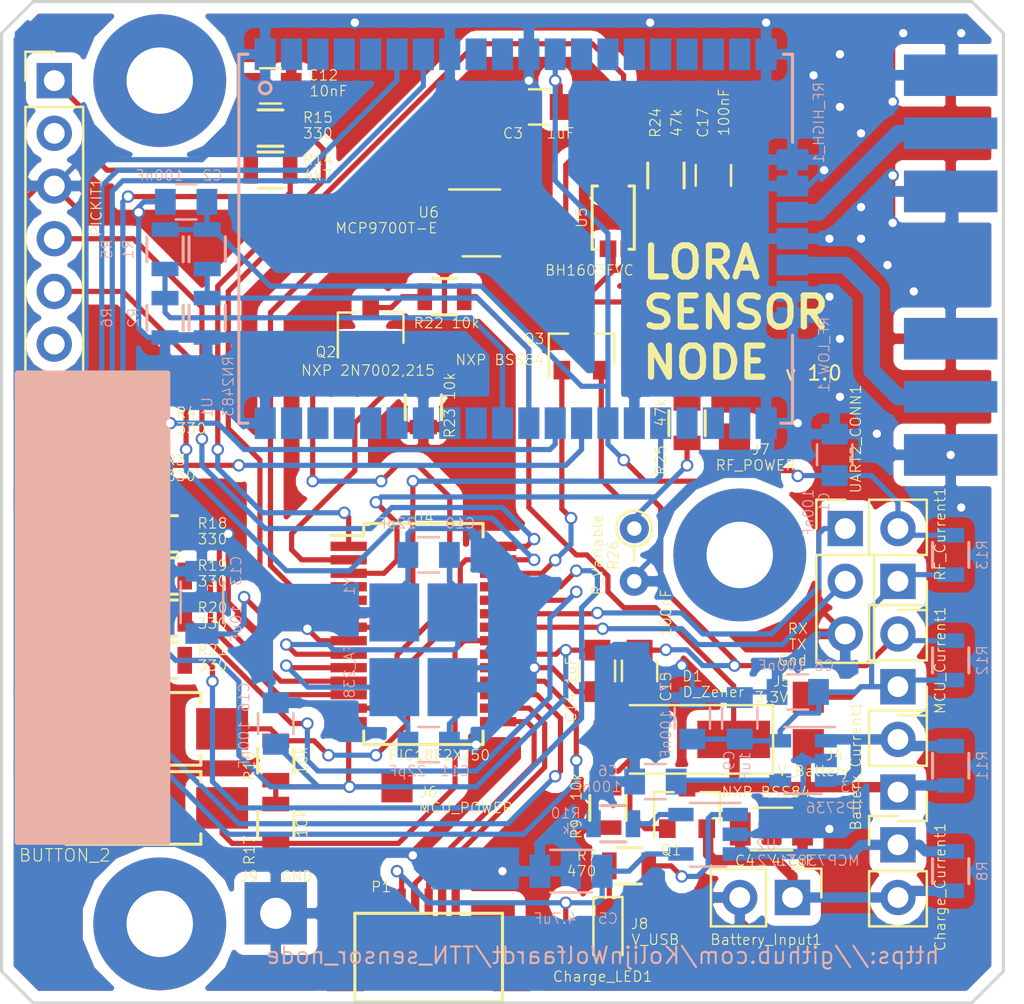
<source format=kicad_pcb>
(kicad_pcb (version 20170123) (host pcbnew no-vcs-found-7592~57~ubuntu16.04.1)
  (layers (0 F.Cu signal) (31 B.Cu signal) (34 B.Paste user) (35 F.Paste user) (36 B.SilkS user) (37 F.SilkS user) (38 B.Mask user) (39 F.Mask user) (44 Edge.Cuts user))
  (net 0 "")
  (net 1 /power_section/Battery_input)
  (net 2 GND)
  (net 3 /power_section/RF_Power)
  (net 4 /microcontroller/V_USB)
  (net 5 "Net-(C6-Pad1)")
  (net 6 +3V3)
  (net 7 /microcontroller/OSC1)
  (net 8 /microcontroller/OSC2)
  (net 9 /microcontroller/VPP/~MCLR)
  (net 10 /microcontroller/V_CAP)
  (net 11 /microcontroller/MCU_Power)
  (net 12 /microcontroller/AN2_Ambient)
  (net 13 "Net-(LED1-Pad2)")
  (net 14 "Net-(LED2-Pad2)")
  (net 15 "Net-(LED3-Pad2)")
  (net 16 /microcontroller/PGD)
  (net 17 /rf_section/RF_Setting_0)
  (net 18 /rf_section/RF_LED_0)
  (net 19 "Net-(R3-Pad2)")
  (net 20 /rf_section/RF_LED_1)
  (net 21 "Net-(R4-Pad2)")
  (net 22 /rf_section/RF_Setting_1)
  (net 23 "Net-(R7-Pad2)")
  (net 24 "Net-(Charge_Current1-Pad1)")
  (net 25 "Net-(R10-Pad1)")
  (net 26 "Net-(Battery_Current1-Pad2)")
  (net 27 /power_section/V_Battery)
  (net 28 "Net-(R15-Pad1)")
  (net 29 /microcontroller/BUTTON_1)
  (net 30 /microcontroller/BUTTON_0)
  (net 31 /microcontroller/LED0)
  (net 32 /microcontroller/LED1)
  (net 33 /microcontroller/LED2)
  (net 34 /microcontroller/LED3)
  (net 35 /microcontroller/AN0_Battery)
  (net 36 "Net-(Q3-Pad3)")
  (net 37 /microcontroller/AN1_LDR)
  (net 38 /microcontroller/AN3_Temperature)
  (net 39 /microcontroller/RF_Reset)
  (net 40 /microcontroller/VB_Control)
  (net 41 /microcontroller/USB_D-)
  (net 42 /microcontroller/USB_D+)
  (net 43 /rf_section/RF_UART_RX)
  (net 44 /rf_section/RF_UART_TX)
  (net 45 /microcontroller/UART_2_TX)
  (net 46 /microcontroller/UART_2_RX)
  (net 47 /microcontroller/Sensors_Enable)
  (net 48 "Net-(D1-Pad2)")
  (net 49 "Net-(LED0-Pad2)")
  (net 50 "Net-(Q2-Pad3)")
  (net 51 "Net-(RF_HIGH_1-Pad1)")
  (net 52 "Net-(RF_LOW_1-Pad1)")
  (net 53 "Net-(Charge_LED1-Pad1)")
  (module libraries:SMA_edge_connect (layer B.Cu) (at 169.799 104.775 90)
    (fp_text reference RF_LOW_1 (at 2.032 -6.096 90) (layer B.SilkS) (effects (font (size 0.5 0.5) (thickness 0.05)) (justify mirror)))
    (fp_text value CONN_01X02)
    (pad 2 smd rect (at -2.8 0 90) (size 2 4.5) (layers F.Cu B.Paste B.Mask) (net 2 GND))
    (pad 2 smd rect (at 2.8 0 90) (size 2 4.5) (layers F.Cu B.Paste B.Mask) (net 2 GND))
    (pad 2 smd rect (at 2.8 0 90) (size 2 4.5) (layers B.Cu F.Paste F.Mask) (net 2 GND))
    (pad 2 smd rect (at -2.8 0 90) (size 2 4.5) (layers B.Cu F.Paste F.Mask) (net 2 GND))
    (pad 1 smd rect (at 0 0 90) (size 1.524 4.5) (layers B.Cu B.Paste B.Mask) (net 52 "Net-(RF_LOW_1-Pad1)"))
  )
  (module Buttons_Switches_SMD:SW_SPST_REED_CT05-XXXX-G1 (layer F.Cu) (at 130.429 124.587 180)
    (fp_text reference BUTTON_2 (at 3.302 -2.286 180) (layer F.SilkS) (effects (font (size 0.6 0.6) (thickness 0.05))))
    (fp_text value SwitchTactile hide)
    (pad 2 smd rect (at 4.275 0 180) (size 2.5 2) (layers F.Cu F.Paste F.Mask) (net 2 GND))
    (pad 1 smd rect (at -4.275 0 180) (size 2.5 2) (layers F.Cu F.Paste F.Mask) (net 30 /microcontroller/BUTTON_0))
  )
  (module Pin_Headers:Pin_Header_Straight_1x02_Pitch2.54mm (layer F.Cu) (at 162.179 128.905 270)
    (fp_text reference Battery_Input1 (at 2.032 1.27 180) (layer F.SilkS) (effects (font (size 0.5 0.5) (thickness 0.05))))
    (fp_text value CONN_01X02)
    (pad 2 thru_hole oval (at 0 2.54 270) (size 1.7 1.7) (drill 1) (layers *.Cu *.Mask) (net 2 GND))
    (pad 1 thru_hole rect (at 0 0 270) (size 1.7 1.7) (drill 1) (layers *.Cu *.Mask) (net 1 /power_section/Battery_input))
  )
  (module Mounting_Holes:MountingHole_3.2mm_M3_Pad (layer F.Cu) (at 131.699 130.175)
    (fp_text reference J1 hide)
    (fp_text value CONN_01X01 hide)
    (pad 1 thru_hole circle (at 0 0) (size 6.4 6.4) (drill 3.2) (layers *.Cu *.Mask))
  )
  (module Mounting_Holes:MountingHole_3.2mm_M3_Pad (layer F.Cu) (at 131.699 89.535)
    (fp_text reference J2 hide)
    (fp_text value CONN_01X01 hide)
    (pad 1 thru_hole circle (at 0 0) (size 6.4 6.4) (drill 3.2) (layers *.Cu *.Mask))
  )
  (module Mounting_Holes:MountingHole_3.2mm_M3_Pad (layer F.Cu) (at 159.639 112.395)
    (fp_text reference J3 hide)
    (fp_text value CONN_01X01 hide)
    (pad 1 thru_hole circle (at 0 0) (size 6.4 6.4) (drill 3.2) (layers *.Cu *.Mask))
  )
  (module Resistors_SMD:R_0805 (layer B.Cu) (at 169.799 122.555 270)
    (fp_text reference R11 (at 0 -1.524 270) (layer B.SilkS) (effects (font (size 0.5 0.5) (thickness 0.05)) (justify mirror)))
    (fp_text value 0 hide)
    (pad 1 smd rect (at -0.95 0 270) (size 0.7 1.3) (layers B.Cu B.Paste B.Mask) (net 26 "Net-(Battery_Current1-Pad2)"))
    (pad 2 smd rect (at 0.95 0 270) (size 0.7 1.3) (layers B.Cu B.Paste B.Mask) (net 27 /power_section/V_Battery))
  )
  (module Capacitors_SMD:C_1206 (layer B.Cu) (at 151.511 127.635 180)
    (fp_text reference C5 (at -1.778 -2.286 180) (layer B.SilkS) (effects (font (size 0.5 0.5) (thickness 0.05)) (justify mirror)))
    (fp_text value 4.7uF (at 0.762 -2.286 180) (layer B.SilkS) (effects (font (size 0.5 0.5) (thickness 0.05)) (justify mirror)))
    (pad 1 smd rect (at -1.5 0 180) (size 1 1.6) (layers B.Cu B.Paste B.Mask) (net 4 /microcontroller/V_USB))
    (pad 2 smd rect (at 1.5 0 180) (size 1 1.6) (layers B.Cu B.Paste B.Mask) (net 2 GND))
  )
  (module Housings_SSOP:SSOP-28_5.3x10.2mm_Pitch0.65mm (layer F.Cu) (at 144.399 116.205)
    (fp_text reference U4 (at 0 -5.588) (layer F.SilkS) (effects (font (size 0.5 0.5) (thickness 0.05))))
    (fp_text value PIC18F2XJ50 (at 0.762 5.842) (layer F.SilkS) (effects (font (size 0.5 0.5) (thickness 0.05))))
    (pad 1 smd rect (at -3.6 -4.225) (size 1.75 0.45) (layers F.Cu F.Paste F.Mask) (net 28 "Net-(R15-Pad1)"))
    (pad 2 smd rect (at -3.6 -3.575) (size 1.75 0.45) (layers F.Cu F.Paste F.Mask) (net 35 /microcontroller/AN0_Battery))
    (pad 3 smd rect (at -3.6 -2.925) (size 1.75 0.45) (layers F.Cu F.Paste F.Mask) (net 37 /microcontroller/AN1_LDR))
    (pad 4 smd rect (at -3.6 -2.275) (size 1.75 0.45) (layers F.Cu F.Paste F.Mask) (net 38 /microcontroller/AN3_Temperature))
    (pad 5 smd rect (at -3.6 -1.625) (size 1.75 0.45) (layers F.Cu F.Paste F.Mask) (net 12 /microcontroller/AN2_Ambient))
    (pad 6 smd rect (at -3.6 -0.975) (size 1.75 0.45) (layers F.Cu F.Paste F.Mask) (net 10 /microcontroller/V_CAP))
    (pad 7 smd rect (at -3.6 -0.325) (size 1.75 0.45) (layers F.Cu F.Paste F.Mask) (net 39 /microcontroller/RF_Reset))
    (pad 8 smd rect (at -3.6 0.325) (size 1.75 0.45) (layers F.Cu F.Paste F.Mask) (net 2 GND))
    (pad 9 smd rect (at -3.6 0.975) (size 1.75 0.45) (layers F.Cu F.Paste F.Mask) (net 7 /microcontroller/OSC1))
    (pad 10 smd rect (at -3.6 1.625) (size 1.75 0.45) (layers F.Cu F.Paste F.Mask) (net 8 /microcontroller/OSC2))
    (pad 11 smd rect (at -3.6 2.275) (size 1.75 0.45) (layers F.Cu F.Paste F.Mask) (net 31 /microcontroller/LED0))
    (pad 12 smd rect (at -3.6 2.925) (size 1.75 0.45) (layers F.Cu F.Paste F.Mask) (net 32 /microcontroller/LED1))
    (pad 13 smd rect (at -3.6 3.575) (size 1.75 0.45) (layers F.Cu F.Paste F.Mask) (net 40 /microcontroller/VB_Control))
    (pad 14 smd rect (at -3.6 4.225) (size 1.75 0.45) (layers F.Cu F.Paste F.Mask) (net 11 /microcontroller/MCU_Power))
    (pad 15 smd rect (at 3.6 4.225) (size 1.75 0.45) (layers F.Cu F.Paste F.Mask) (net 41 /microcontroller/USB_D-))
    (pad 16 smd rect (at 3.6 3.575) (size 1.75 0.45) (layers F.Cu F.Paste F.Mask) (net 42 /microcontroller/USB_D+))
    (pad 17 smd rect (at 3.6 2.925) (size 1.75 0.45) (layers F.Cu F.Paste F.Mask) (net 43 /rf_section/RF_UART_RX))
    (pad 18 smd rect (at 3.6 2.275) (size 1.75 0.45) (layers F.Cu F.Paste F.Mask) (net 44 /rf_section/RF_UART_TX))
    (pad 19 smd rect (at 3.6 1.625) (size 1.75 0.45) (layers F.Cu F.Paste F.Mask) (net 2 GND))
    (pad 20 smd rect (at 3.6 0.975) (size 1.75 0.45) (layers F.Cu F.Paste F.Mask) (net 11 /microcontroller/MCU_Power))
    (pad 21 smd rect (at 3.6 0.325) (size 1.75 0.45) (layers F.Cu F.Paste F.Mask) (net 30 /microcontroller/BUTTON_0))
    (pad 22 smd rect (at 3.6 -0.325) (size 1.75 0.45) (layers F.Cu F.Paste F.Mask) (net 45 /microcontroller/UART_2_TX))
    (pad 23 smd rect (at 3.6 -0.975) (size 1.75 0.45) (layers F.Cu F.Paste F.Mask) (net 46 /microcontroller/UART_2_RX))
    (pad 24 smd rect (at 3.6 -1.625) (size 1.75 0.45) (layers F.Cu F.Paste F.Mask) (net 33 /microcontroller/LED2))
    (pad 25 smd rect (at 3.6 -2.275) (size 1.75 0.45) (layers F.Cu F.Paste F.Mask) (net 34 /microcontroller/LED3))
    (pad 26 smd rect (at 3.6 -2.925) (size 1.75 0.45) (layers F.Cu F.Paste F.Mask) (net 47 /microcontroller/Sensors_Enable))
    (pad 27 smd rect (at 3.6 -3.575) (size 1.75 0.45) (layers F.Cu F.Paste F.Mask) (net 29 /microcontroller/BUTTON_1))
    (pad 28 smd rect (at 3.6 -4.225) (size 1.75 0.45) (layers F.Cu F.Paste F.Mask) (net 16 /microcontroller/PGD))
  )
  (module Buttons_Switches_SMD:SW_SPST_REED_CT05-XXXX-G1 (layer F.Cu) (at 130.429 120.777 180)
    (fp_text reference BUTTON_1 (at 3.302 2.032 180) (layer F.SilkS) (effects (font (size 0.6 0.6) (thickness 0.05))))
    (fp_text value SwitchTactile hide)
    (pad 2 smd rect (at 4.275 0 180) (size 2.5 2) (layers F.Cu F.Paste F.Mask) (net 2 GND))
    (pad 1 smd rect (at -4.275 0 180) (size 2.5 2) (layers F.Cu F.Paste F.Mask) (net 29 /microcontroller/BUTTON_1))
  )
  (module Capacitors_SMD:C_0805 (layer B.Cu) (at 164.211 107.569 90)
    (fp_text reference C1 (at -2.286 -0.508 90) (layer B.SilkS) (effects (font (size 0.5 0.5) (thickness 0.05)) (justify mirror)))
    (fp_text value 100nF (at -2.794 -1.27 90) (layer B.SilkS) (effects (font (size 0.5 0.5) (thickness 0.05)) (justify mirror)))
    (pad 1 smd rect (at -1 0 90) (size 1 1.25) (layers B.Cu B.Paste B.Mask) (net 3 /power_section/RF_Power))
    (pad 2 smd rect (at 1 0 90) (size 1 1.25) (layers B.Cu B.Paste B.Mask) (net 2 GND))
  )
  (module Capacitors_SMD:C_0805 (layer B.Cu) (at 132.969 95.377 180)
    (fp_text reference C2 (at -1.27 1.27 180) (layer B.SilkS) (effects (font (size 0.5 0.5) (thickness 0.05)) (justify mirror)))
    (fp_text value 100nF (at 1.27 1.27 180) (layer B.SilkS) (effects (font (size 0.5 0.5) (thickness 0.05)) (justify mirror)))
    (pad 1 smd rect (at -1 0 180) (size 1 1.25) (layers B.Cu B.Paste B.Mask) (net 3 /power_section/RF_Power))
    (pad 2 smd rect (at 1 0 180) (size 1 1.25) (layers B.Cu B.Paste B.Mask) (net 2 GND))
  )
  (module Capacitors_SMD:C_0805 (layer F.Cu) (at 149.987 90.805 180)
    (fp_text reference C3 (at 1.27 -1.27 180) (layer F.SilkS) (effects (font (size 0.5 0.5) (thickness 0.05))))
    (fp_text value 1uF (at -1.016 -1.27 180) (layer F.SilkS) (effects (font (size 0.5 0.5) (thickness 0.05))))
    (pad 1 smd rect (at -1 0 180) (size 1 1.25) (layers F.Cu F.Paste F.Mask) (net 3 /power_section/RF_Power))
    (pad 2 smd rect (at 1 0 180) (size 1 1.25) (layers F.Cu F.Paste F.Mask) (net 2 GND))
  )
  (module Capacitors_SMD:C_1206 (layer F.Cu) (at 161.163 125.603)
    (fp_text reference C4 (at -1.27 1.524) (layer F.SilkS) (effects (font (size 0.5 0.5) (thickness 0.05))))
    (fp_text value 4.7uF (at 1.016 1.524) (layer F.SilkS) (effects (font (size 0.5 0.5) (thickness 0.05))))
    (pad 1 smd rect (at -1.5 0) (size 1 1.6) (layers F.Cu F.Paste F.Mask) (net 1 /power_section/Battery_input))
    (pad 2 smd rect (at 1.5 0) (size 1 1.6) (layers F.Cu F.Paste F.Mask) (net 2 GND))
  )
  (module Capacitors_SMD:C_0805 (layer B.Cu) (at 155.575 123.317 180)
    (fp_text reference C6 (at 2.286 0.508 180) (layer B.SilkS) (effects (font (size 0.5 0.5) (thickness 0.05)) (justify mirror)))
    (fp_text value 100nF (at 2.794 -0.254 180) (layer B.SilkS) (effects (font (size 0.5 0.5) (thickness 0.05)) (justify mirror)))
    (pad 1 smd rect (at -1 0 180) (size 1 1.25) (layers B.Cu B.Paste B.Mask) (net 5 "Net-(C6-Pad1)"))
    (pad 2 smd rect (at 1 0 180) (size 1 1.25) (layers B.Cu B.Paste B.Mask) (net 2 GND))
  )
  (module Capacitors_SMD:C_0805 (layer B.Cu) (at 157.353 120.269 90)
    (fp_text reference C7 (at 1.778 -1.27 90) (layer B.SilkS) (effects (font (size 0.5 0.5) (thickness 0.05)) (justify mirror)))
    (fp_text value 100nF (at -0.762 -1.27 90) (layer B.SilkS) (effects (font (size 0.5 0.5) (thickness 0.05)) (justify mirror)))
    (pad 1 smd rect (at -1 0 90) (size 1 1.25) (layers B.Cu B.Paste B.Mask) (net 6 +3V3))
    (pad 2 smd rect (at 1 0 90) (size 1 1.25) (layers B.Cu B.Paste B.Mask) (net 2 GND))
  )
  (module Capacitors_SMD:C_0805 (layer B.Cu) (at 162.433 118.999 180)
    (fp_text reference C8 (at -1.27 1.27 180) (layer B.SilkS) (effects (font (size 0.5 0.5) (thickness 0.05)) (justify mirror)))
    (fp_text value 100nF (at 0.762 1.27 180) (layer B.SilkS) (effects (font (size 0.5 0.5) (thickness 0.05)) (justify mirror)))
    (pad 1 smd rect (at -1 0 180) (size 1 1.25) (layers B.Cu B.Paste B.Mask) (net 6 +3V3))
    (pad 2 smd rect (at 1 0 180) (size 1 1.25) (layers B.Cu B.Paste B.Mask) (net 2 GND))
  )
  (module Capacitors_SMD:C_0805 (layer B.Cu) (at 159.639 120.269 90)
    (fp_text reference C9 (at -2.032 -0.508 90) (layer B.SilkS) (effects (font (size 0.5 0.5) (thickness 0.05)) (justify mirror)))
    (fp_text value 1uF (at -2.286 0.254 90) (layer B.SilkS) (effects (font (size 0.5 0.5) (thickness 0.05)) (justify mirror)))
    (pad 1 smd rect (at -1 0 90) (size 1 1.25) (layers B.Cu B.Paste B.Mask) (net 6 +3V3))
    (pad 2 smd rect (at 1 0 90) (size 1 1.25) (layers B.Cu B.Paste B.Mask) (net 2 GND))
  )
  (module Capacitors_SMD:C_0805 (layer B.Cu) (at 144.653 112.395 180)
    (fp_text reference C10 (at -1.524 1.524 180) (layer B.SilkS) (effects (font (size 0.5 0.5) (thickness 0.05)) (justify mirror)))
    (fp_text value 22pF (at 1.524 1.524 180) (layer B.SilkS) (effects (font (size 0.5 0.5) (thickness 0.05)) (justify mirror)))
    (pad 1 smd rect (at -1 0 180) (size 1 1.25) (layers B.Cu B.Paste B.Mask) (net 7 /microcontroller/OSC1))
    (pad 2 smd rect (at 1 0 180) (size 1 1.25) (layers B.Cu B.Paste B.Mask) (net 2 GND))
  )
  (module Capacitors_SMD:C_0805 (layer B.Cu) (at 144.653 121.539)
    (fp_text reference C11 (at 1.27 1.27) (layer B.SilkS) (effects (font (size 0.5 0.5) (thickness 0.05)) (justify mirror)))
    (fp_text value 22pF (at -1.016 1.27) (layer B.SilkS) (effects (font (size 0.5 0.5) (thickness 0.05)) (justify mirror)))
    (pad 1 smd rect (at -1 0) (size 1 1.25) (layers B.Cu B.Paste B.Mask) (net 8 /microcontroller/OSC2))
    (pad 2 smd rect (at 1 0) (size 1 1.25) (layers B.Cu B.Paste B.Mask) (net 2 GND))
  )
  (module Capacitors_SMD:C_0805 (layer F.Cu) (at 137.033 89.789)
    (fp_text reference C12 (at 2.54 -0.508) (layer F.SilkS) (effects (font (size 0.5 0.5) (thickness 0.05))))
    (fp_text value 10nF (at 2.794 0.254) (layer F.SilkS) (effects (font (size 0.5 0.5) (thickness 0.05))))
    (pad 1 smd rect (at -1 0) (size 1 1.25) (layers F.Cu F.Paste F.Mask) (net 9 /microcontroller/VPP/~MCLR))
    (pad 2 smd rect (at 1 0) (size 1 1.25) (layers F.Cu F.Paste F.Mask) (net 2 GND))
  )
  (module Capacitors_SMD:C_1206 (layer B.Cu) (at 133.731 114.681 90)
    (fp_text reference C13 (at 1.524 1.651 90) (layer B.SilkS) (effects (font (size 0.5 0.5) (thickness 0.05)) (justify mirror)))
    (fp_text value 10uF (at -1.016 1.651 90) (layer B.SilkS) (effects (font (size 0.5 0.5) (thickness 0.05)) (justify mirror)))
    (pad 1 smd rect (at -1.5 0 90) (size 1 1.6) (layers B.Cu B.Paste B.Mask) (net 10 /microcontroller/V_CAP))
    (pad 2 smd rect (at 1.5 0 90) (size 1 1.6) (layers B.Cu B.Paste B.Mask) (net 2 GND))
  )
  (module Capacitors_SMD:C_0805 (layer F.Cu) (at 152.781 117.983 270)
    (fp_text reference C14 (at 1.778 1.27 90) (layer F.SilkS) (effects (font (size 0.5 0.5) (thickness 0.05))))
    (fp_text value 1uF (at 0 1.27 270) (layer F.SilkS) (effects (font (size 0.5 0.5) (thickness 0.05))))
    (pad 1 smd rect (at -1 0 270) (size 1 1.25) (layers F.Cu F.Paste F.Mask) (net 11 /microcontroller/MCU_Power))
    (pad 2 smd rect (at 1 0 270) (size 1 1.25) (layers F.Cu F.Paste F.Mask) (net 2 GND))
  )
  (module Capacitors_SMD:C_0805 (layer F.Cu) (at 154.813 117.983 270)
    (fp_text reference C15 (at 0.762 -1.27 90) (layer F.SilkS) (effects (font (size 0.5 0.5) (thickness 0.05))))
    (fp_text value 100nF (at -2.794 -1.27 90) (layer F.SilkS) (effects (font (size 0.5 0.5) (thickness 0.05))))
    (pad 1 smd rect (at -1 0 270) (size 1 1.25) (layers F.Cu F.Paste F.Mask) (net 11 /microcontroller/MCU_Power))
    (pad 2 smd rect (at 1 0 270) (size 1 1.25) (layers F.Cu F.Paste F.Mask) (net 2 GND))
  )
  (module Capacitors_SMD:C_0805 (layer B.Cu) (at 137.287 120.523 90)
    (fp_text reference C16 (at 1.27 -1.524 90) (layer B.SilkS) (effects (font (size 0.5 0.5) (thickness 0.05)) (justify mirror)))
    (fp_text value 100nF (at -1.016 -1.524 90) (layer B.SilkS) (effects (font (size 0.5 0.5) (thickness 0.05)) (justify mirror)))
    (pad 1 smd rect (at -1 0 90) (size 1 1.25) (layers B.Cu B.Paste B.Mask) (net 11 /microcontroller/MCU_Power))
    (pad 2 smd rect (at 1 0 90) (size 1 1.25) (layers B.Cu B.Paste B.Mask) (net 2 GND))
  )
  (module Capacitors_SMD:C_0805 (layer F.Cu) (at 158.369 94.107 270)
    (fp_text reference C17 (at -2.54 0.508 270) (layer F.SilkS) (effects (font (size 0.5 0.5) (thickness 0.05))))
    (fp_text value 100nF (at -3.048 -0.508 270) (layer F.SilkS) (effects (font (size 0.5 0.5) (thickness 0.05))))
    (pad 1 smd rect (at -1 0 270) (size 1 1.25) (layers F.Cu F.Paste F.Mask) (net 12 /microcontroller/AN2_Ambient))
    (pad 2 smd rect (at 1 0 270) (size 1 1.25) (layers F.Cu F.Paste F.Mask) (net 2 GND))
  )
  (module Diodes_SMD:D_SMA_Handsoldering (layer F.Cu) (at 156.845 121.285 180)
    (fp_text reference D1 (at -0.508 3.048 180) (layer F.SilkS) (effects (font (size 0.5 0.5) (thickness 0.05))))
    (fp_text value D_Zener (at -1.524 2.286 180) (layer F.SilkS) (effects (font (size 0.5 0.5) (thickness 0.05))))
    (pad 1 smd rect (at -2.5 0 180) (size 3.5 1.8) (layers F.Cu F.Paste F.Mask) (net 27 /power_section/V_Battery))
    (pad 2 smd rect (at 2.5 0 180) (size 3.5 1.8) (layers F.Cu F.Paste F.Mask) (net 48 "Net-(D1-Pad2)"))
  )
  (module LEDs:LED_0805 (layer F.Cu) (at 126.873 111.379)
    (fp_text reference LED0 (at 2.794 -0.508) (layer F.SilkS) (effects (font (size 0.5 0.5) (thickness 0.05))))
    (fp_text value LED hide)
    (pad 2 smd rect (at 1.1 0 180) (size 1.2 1.2) (layers F.Cu F.Paste F.Mask) (net 49 "Net-(LED0-Pad2)"))
    (pad 1 smd rect (at -1.1 0 180) (size 1.2 1.2) (layers F.Cu F.Paste F.Mask) (net 2 GND))
  )
  (module LEDs:LED_0805 (layer F.Cu) (at 126.873 113.411)
    (fp_text reference LED1 (at 2.794 -0.508) (layer F.SilkS) (effects (font (size 0.5 0.5) (thickness 0.05))))
    (fp_text value LED hide)
    (pad 2 smd rect (at 1.1 0 180) (size 1.2 1.2) (layers F.Cu F.Paste F.Mask) (net 13 "Net-(LED1-Pad2)"))
    (pad 1 smd rect (at -1.1 0 180) (size 1.2 1.2) (layers F.Cu F.Paste F.Mask) (net 2 GND))
  )
  (module LEDs:LED_0805 (layer F.Cu) (at 126.873 115.443)
    (fp_text reference LED2 (at 2.794 -0.508) (layer F.SilkS) (effects (font (size 0.5 0.5) (thickness 0.05))))
    (fp_text value LED hide)
    (pad 2 smd rect (at 1.1 0 180) (size 1.2 1.2) (layers F.Cu F.Paste F.Mask) (net 14 "Net-(LED2-Pad2)"))
    (pad 1 smd rect (at -1.1 0 180) (size 1.2 1.2) (layers F.Cu F.Paste F.Mask) (net 2 GND))
  )
  (module LEDs:LED_0805 (layer F.Cu) (at 126.873 117.475)
    (fp_text reference LED3 (at 2.794 -0.254) (layer F.SilkS) (effects (font (size 0.5 0.5) (thickness 0.05))))
    (fp_text value LED hide)
    (pad 2 smd rect (at 1.1 0 180) (size 1.2 1.2) (layers F.Cu F.Paste F.Mask) (net 15 "Net-(LED3-Pad2)"))
    (pad 1 smd rect (at -1.1 0 180) (size 1.2 1.2) (layers F.Cu F.Paste F.Mask) (net 2 GND))
  )
  (module libraries:USB_Micro (layer F.Cu) (at 144.653 129.921)
    (fp_text reference P1 (at -2.286 -1.524 180) (layer F.SilkS) (effects (font (size 0.5 0.5) (thickness 0.05))))
    (fp_text value USB_A)
    (pad 1 smd rect (at -1.3 -0.45) (size 0.4 2) (layers F.Cu F.Paste F.Mask) (net 4 /microcontroller/V_USB))
    (pad 2 smd rect (at -0.65 -0.45) (size 0.4 2) (layers F.Cu F.Paste F.Mask) (net 41 /microcontroller/USB_D-))
    (pad 3 smd rect (at 0 -0.45) (size 0.4 2) (layers F.Cu F.Paste F.Mask) (net 42 /microcontroller/USB_D+))
    (pad 4 smd rect (at 0.65 -0.45) (size 0.4 2) (layers F.Cu F.Paste F.Mask) (net 2 GND))
    (pad 5 smd rect (at 1.3 -0.45) (size 0.4 2) (layers F.Cu F.Paste F.Mask) (net 2 GND))
    (pad 6 smd rect (at 3.1 0) (size 2.1 1.6) (layers F.Cu F.Paste F.Mask))
    (pad 7 smd rect (at -3.1 0) (size 2.1 1.6) (layers F.Cu F.Paste F.Mask))
    (pad 8 smd rect (at 4 2.55) (size 1.8 1.9) (layers F.Cu F.Paste F.Mask))
    (pad 9 smd rect (at -4 2.55) (size 1.8 1.9) (layers F.Cu F.Paste F.Mask))
  )
  (module TO_SOT_Packages_SMD:SOT-23 (layer F.Cu) (at 157.099 124.587 90)
    (fp_text reference Q1 (at -2.032 -0.762 180) (layer F.SilkS) (effects (font (size 0.5 0.5) (thickness 0.05))))
    (fp_text value "NXP BSS84" (at 0.762 3.81 180) (layer F.SilkS) (effects (font (size 0.5 0.5) (thickness 0.05))))
    (pad 1 smd rect (at -1 -0.95 90) (size 0.9 0.8) (layers F.Cu F.Paste F.Mask) (net 48 "Net-(D1-Pad2)"))
    (pad 2 smd rect (at -1 0.95 90) (size 0.9 0.8) (layers F.Cu F.Paste F.Mask) (net 1 /power_section/Battery_input))
    (pad 3 smd rect (at 1 0 90) (size 0.9 0.8) (layers F.Cu F.Paste F.Mask) (net 27 /power_section/V_Battery))
  )
  (module TO_SOT_Packages_SMD:SOT-23 (layer F.Cu) (at 141.859 101.473 90)
    (fp_text reference Q2 (at -1.143 -2.159 180) (layer F.SilkS) (effects (font (size 0.5 0.5) (thickness 0.05))))
    (fp_text value "NXP 2N7002,215" (at -2.032 -0.127 180) (layer F.SilkS) (effects (font (size 0.5 0.5) (thickness 0.05))))
    (pad 1 smd rect (at -1 -0.95 90) (size 0.9 0.8) (layers F.Cu F.Paste F.Mask) (net 40 /microcontroller/VB_Control))
    (pad 2 smd rect (at -1 0.95 90) (size 0.9 0.8) (layers F.Cu F.Paste F.Mask) (net 35 /microcontroller/AN0_Battery))
    (pad 3 smd rect (at 1 0 90) (size 0.9 0.8) (layers F.Cu F.Paste F.Mask) (net 50 "Net-(Q2-Pad3)"))
  )
  (module TO_SOT_Packages_SMD:SOT-23 (layer F.Cu) (at 152.019 102.489 90)
    (fp_text reference Q3 (at 0.508 -2.286 180) (layer F.SilkS) (effects (font (size 0.5 0.5) (thickness 0.05))))
    (fp_text value "NXP BSS84" (at -0.508 -3.937 180) (layer F.SilkS) (effects (font (size 0.5 0.5) (thickness 0.05))))
    (pad 1 smd rect (at -1 -0.95 90) (size 0.9 0.8) (layers F.Cu F.Paste F.Mask) (net 47 /microcontroller/Sensors_Enable))
    (pad 2 smd rect (at -1 0.95 90) (size 0.9 0.8) (layers F.Cu F.Paste F.Mask) (net 11 /microcontroller/MCU_Power))
    (pad 3 smd rect (at 1 0 90) (size 0.9 0.8) (layers F.Cu F.Paste F.Mask) (net 36 "Net-(Q3-Pad3)"))
  )
  (module Resistors_SMD:R_0805 (layer B.Cu) (at 133.985 97.663 270)
    (fp_text reference R1 (at 0 3.81 270) (layer B.SilkS) (effects (font (size 0.5 0.5) (thickness 0.05)) (justify mirror)))
    (fp_text value 0 hide)
    (pad 1 smd rect (at -0.95 0 270) (size 0.7 1.3) (layers B.Cu B.Paste B.Mask) (net 3 /power_section/RF_Power))
    (pad 2 smd rect (at 0.95 0 270) (size 0.7 1.3) (layers B.Cu B.Paste B.Mask) (net 17 /rf_section/RF_Setting_0))
  )
  (module Resistors_SMD:R_0805 (layer B.Cu) (at 133.985 100.965 270)
    (fp_text reference R2 (at 0 3.556 270) (layer B.SilkS) (effects (font (size 0.5 0.5) (thickness 0.05)) (justify mirror)))
    (fp_text value 0 hide)
    (pad 1 smd rect (at -0.95 0 270) (size 0.7 1.3) (layers B.Cu B.Paste B.Mask) (net 17 /rf_section/RF_Setting_0))
    (pad 2 smd rect (at 0.95 0 270) (size 0.7 1.3) (layers B.Cu B.Paste B.Mask) (net 2 GND))
  )
  (module Resistors_SMD:R_0805 (layer F.Cu) (at 130.429 108.077 180)
    (fp_text reference R3 (at -2.032 0.254 180) (layer F.SilkS) (effects (font (size 0.5 0.5) (thickness 0.05))))
    (fp_text value 330 (at -2.286 -0.508 180) (layer F.SilkS) (effects (font (size 0.5 0.5) (thickness 0.05))))
    (pad 1 smd rect (at -0.95 0 180) (size 0.7 1.3) (layers F.Cu F.Paste F.Mask) (net 18 /rf_section/RF_LED_0))
    (pad 2 smd rect (at 0.95 0 180) (size 0.7 1.3) (layers F.Cu F.Paste F.Mask) (net 19 "Net-(R3-Pad2)"))
  )
  (module Resistors_SMD:R_0805 (layer F.Cu) (at 130.429 106.045 180)
    (fp_text reference R4 (at -2.54 0.508 180) (layer F.SilkS) (effects (font (size 0.5 0.5) (thickness 0.05))))
    (fp_text value 330 (at -2.794 -0.254 180) (layer F.SilkS) (effects (font (size 0.5 0.5) (thickness 0.05))))
    (pad 1 smd rect (at -0.95 0 180) (size 0.7 1.3) (layers F.Cu F.Paste F.Mask) (net 20 /rf_section/RF_LED_1))
    (pad 2 smd rect (at 0.95 0 180) (size 0.7 1.3) (layers F.Cu F.Paste F.Mask) (net 21 "Net-(R4-Pad2)"))
  )
  (module Resistors_SMD:R_0805 (layer B.Cu) (at 131.953 97.663 270)
    (fp_text reference R5 (at 0 2.794 270) (layer B.SilkS) (effects (font (size 0.5 0.5) (thickness 0.05)) (justify mirror)))
    (fp_text value 0 hide)
    (pad 1 smd rect (at -0.95 0 270) (size 0.7 1.3) (layers B.Cu B.Paste B.Mask) (net 3 /power_section/RF_Power))
    (pad 2 smd rect (at 0.95 0 270) (size 0.7 1.3) (layers B.Cu B.Paste B.Mask) (net 22 /rf_section/RF_Setting_1))
  )
  (module Resistors_SMD:R_0805 (layer B.Cu) (at 131.953 100.965 270)
    (fp_text reference R6 (at 0 2.794 270) (layer B.SilkS) (effects (font (size 0.5 0.5) (thickness 0.05)) (justify mirror)))
    (fp_text value 0 hide)
    (pad 1 smd rect (at -0.95 0 270) (size 0.7 1.3) (layers B.Cu B.Paste B.Mask) (net 22 /rf_section/RF_Setting_1))
    (pad 2 smd rect (at 0.95 0 270) (size 0.7 1.3) (layers B.Cu B.Paste B.Mask) (net 2 GND))
  )
  (module Resistors_SMD:R_0805 (layer F.Cu) (at 154.305 127.381)
    (fp_text reference R7 (at -2.032 -0.508) (layer F.SilkS) (effects (font (size 0.5 0.5) (thickness 0.05))))
    (fp_text value 470 (at -2.286 0.254) (layer F.SilkS) (effects (font (size 0.5 0.5) (thickness 0.05))))
    (pad 1 smd rect (at -0.95 0) (size 0.7 1.3) (layers F.Cu F.Paste F.Mask) (net 53 "Net-(Charge_LED1-Pad1)"))
    (pad 2 smd rect (at 0.95 0) (size 0.7 1.3) (layers F.Cu F.Paste F.Mask) (net 23 "Net-(R7-Pad2)"))
  )
  (module Resistors_SMD:R_0805 (layer B.Cu) (at 169.799 127.635 270)
    (fp_text reference R8 (at 0 -1.524 270) (layer B.SilkS) (effects (font (size 0.5 0.5) (thickness 0.05)) (justify mirror)))
    (fp_text value 0 hide)
    (pad 1 smd rect (at -0.95 0 270) (size 0.7 1.3) (layers B.Cu B.Paste B.Mask) (net 24 "Net-(Charge_Current1-Pad1)"))
    (pad 2 smd rect (at 0.95 0 270) (size 0.7 1.3) (layers B.Cu B.Paste B.Mask) (net 1 /power_section/Battery_input))
  )
  (module Resistors_SMD:R_0805 (layer F.Cu) (at 153.289 124.587 270)
    (fp_text reference R9 (at 1.016 1.524 270) (layer F.SilkS) (effects (font (size 0.5 0.5) (thickness 0.05))))
    (fp_text value 10k (at -1.016 1.524 270) (layer F.SilkS) (effects (font (size 0.5 0.5) (thickness 0.05))))
    (pad 1 smd rect (at -0.95 0 270) (size 0.7 1.3) (layers F.Cu F.Paste F.Mask) (net 48 "Net-(D1-Pad2)"))
    (pad 2 smd rect (at 0.95 0 270) (size 0.7 1.3) (layers F.Cu F.Paste F.Mask) (net 2 GND))
  )
  (module Resistors_SMD:R_0805 (layer B.Cu) (at 153.543 125.349 180)
    (fp_text reference R10 (at 2.286 0.508 180) (layer B.SilkS) (effects (font (size 0.5 0.5) (thickness 0.05)) (justify mirror)))
    (fp_text value 2k (at 2.032 -0.254 180) (layer B.SilkS) (effects (font (size 0.5 0.5) (thickness 0.05)) (justify mirror)))
    (pad 1 smd rect (at -0.95 0 180) (size 0.7 1.3) (layers B.Cu B.Paste B.Mask) (net 25 "Net-(R10-Pad1)"))
    (pad 2 smd rect (at 0.95 0 180) (size 0.7 1.3) (layers B.Cu B.Paste B.Mask) (net 2 GND))
  )
  (module Resistors_SMD:R_0805 (layer B.Cu) (at 169.799 117.475 270)
    (fp_text reference R12 (at 0 -1.524 270) (layer B.SilkS) (effects (font (size 0.5 0.5) (thickness 0.05)) (justify mirror)))
    (fp_text value 0 hide)
    (pad 1 smd rect (at -0.95 0 270) (size 0.7 1.3) (layers B.Cu B.Paste B.Mask) (net 11 /microcontroller/MCU_Power))
    (pad 2 smd rect (at 0.95 0 270) (size 0.7 1.3) (layers B.Cu B.Paste B.Mask) (net 6 +3V3))
  )
  (module Resistors_SMD:R_0805 (layer B.Cu) (at 169.799 112.395 270)
    (fp_text reference R13 (at 0 -1.524 270) (layer B.SilkS) (effects (font (size 0.5 0.5) (thickness 0.05)) (justify mirror)))
    (fp_text value 0 hide)
    (pad 1 smd rect (at -0.95 0 270) (size 0.7 1.3) (layers B.Cu B.Paste B.Mask) (net 3 /power_section/RF_Power))
    (pad 2 smd rect (at 0.95 0 270) (size 0.7 1.3) (layers B.Cu B.Paste B.Mask) (net 6 +3V3))
  )
  (module Resistors_SMD:R_0805 (layer F.Cu) (at 137.033 93.853 180)
    (fp_text reference R14 (at -2.286 0.508 180) (layer F.SilkS) (effects (font (size 0.5 0.5) (thickness 0.05))))
    (fp_text value 4k7 (at -2.286 -0.254 180) (layer F.SilkS) (effects (font (size 0.5 0.5) (thickness 0.05))))
    (pad 1 smd rect (at -0.95 0 180) (size 0.7 1.3) (layers F.Cu F.Paste F.Mask) (net 11 /microcontroller/MCU_Power))
    (pad 2 smd rect (at 0.95 0 180) (size 0.7 1.3) (layers F.Cu F.Paste F.Mask) (net 9 /microcontroller/VPP/~MCLR))
  )
  (module Resistors_SMD:R_0805 (layer F.Cu) (at 137.033 91.821 180)
    (fp_text reference R15 (at -2.286 0.508 180) (layer F.SilkS) (effects (font (size 0.5 0.5) (thickness 0.05))))
    (fp_text value 330 (at -2.286 -0.254 180) (layer F.SilkS) (effects (font (size 0.5 0.5) (thickness 0.05))))
    (pad 1 smd rect (at -0.95 0 180) (size 0.7 1.3) (layers F.Cu F.Paste F.Mask) (net 28 "Net-(R15-Pad1)"))
    (pad 2 smd rect (at 0.95 0 180) (size 0.7 1.3) (layers F.Cu F.Paste F.Mask) (net 9 /microcontroller/VPP/~MCLR))
  )
  (module Resistors_SMD:R_0805 (layer F.Cu) (at 137.287 122.301 90)
    (fp_text reference R16 (at -0.254 -1.27 90) (layer F.SilkS) (effects (font (size 0.5 0.5) (thickness 0.05))))
    (fp_text value 10k (at 0 1.27 90) (layer F.SilkS) (effects (font (size 0.5 0.5) (thickness 0.05))))
    (pad 1 smd rect (at -0.95 0 90) (size 0.7 1.3) (layers F.Cu F.Paste F.Mask) (net 11 /microcontroller/MCU_Power))
    (pad 2 smd rect (at 0.95 0 90) (size 0.7 1.3) (layers F.Cu F.Paste F.Mask) (net 29 /microcontroller/BUTTON_1))
  )
  (module Resistors_SMD:R_0805 (layer F.Cu) (at 137.287 125.349 270)
    (fp_text reference R17 (at 1.27 1.27 270) (layer F.SilkS) (effects (font (size 0.5 0.5) (thickness 0.05))))
    (fp_text value 10k (at 0 -1.27 270) (layer F.SilkS) (effects (font (size 0.5 0.5) (thickness 0.05))))
    (pad 1 smd rect (at -0.95 0 270) (size 0.7 1.3) (layers F.Cu F.Paste F.Mask) (net 11 /microcontroller/MCU_Power))
    (pad 2 smd rect (at 0.95 0 270) (size 0.7 1.3) (layers F.Cu F.Paste F.Mask) (net 30 /microcontroller/BUTTON_0))
  )
  (module Resistors_SMD:R_0805 (layer F.Cu) (at 131.953 111.379 180)
    (fp_text reference R18 (at -2.286 0.508 180) (layer F.SilkS) (effects (font (size 0.5 0.5) (thickness 0.05))))
    (fp_text value 330 (at -2.286 -0.254 180) (layer F.SilkS) (effects (font (size 0.5 0.5) (thickness 0.05))))
    (pad 1 smd rect (at -0.95 0 180) (size 0.7 1.3) (layers F.Cu F.Paste F.Mask) (net 31 /microcontroller/LED0))
    (pad 2 smd rect (at 0.95 0 180) (size 0.7 1.3) (layers F.Cu F.Paste F.Mask) (net 49 "Net-(LED0-Pad2)"))
  )
  (module Resistors_SMD:R_0805 (layer F.Cu) (at 131.953 113.411 180)
    (fp_text reference R19 (at -2.286 0.508 180) (layer F.SilkS) (effects (font (size 0.5 0.5) (thickness 0.05))))
    (fp_text value 330 (at -2.286 -0.254 180) (layer F.SilkS) (effects (font (size 0.5 0.5) (thickness 0.05))))
    (pad 1 smd rect (at -0.95 0 180) (size 0.7 1.3) (layers F.Cu F.Paste F.Mask) (net 32 /microcontroller/LED1))
    (pad 2 smd rect (at 0.95 0 180) (size 0.7 1.3) (layers F.Cu F.Paste F.Mask) (net 13 "Net-(LED1-Pad2)"))
  )
  (module Resistors_SMD:R_0805 (layer F.Cu) (at 131.953 115.443 180)
    (fp_text reference R20 (at -2.286 0.508 180) (layer F.SilkS) (effects (font (size 0.5 0.5) (thickness 0.05))))
    (fp_text value 330 (at -2.286 -0.254 180) (layer F.SilkS) (effects (font (size 0.5 0.5) (thickness 0.05))))
    (pad 1 smd rect (at -0.95 0 180) (size 0.7 1.3) (layers F.Cu F.Paste F.Mask) (net 33 /microcontroller/LED2))
    (pad 2 smd rect (at 0.95 0 180) (size 0.7 1.3) (layers F.Cu F.Paste F.Mask) (net 14 "Net-(LED2-Pad2)"))
  )
  (module Resistors_SMD:R_0805 (layer F.Cu) (at 131.953 117.475 180)
    (fp_text reference R21 (at -2.286 0.508 180) (layer F.SilkS) (effects (font (size 0.5 0.5) (thickness 0.05))))
    (fp_text value 330 (at -2.286 -0.254 180) (layer F.SilkS) (effects (font (size 0.5 0.5) (thickness 0.05))))
    (pad 1 smd rect (at -0.95 0 180) (size 0.7 1.3) (layers F.Cu F.Paste F.Mask) (net 34 /microcontroller/LED3))
    (pad 2 smd rect (at 0.95 0 180) (size 0.7 1.3) (layers F.Cu F.Paste F.Mask) (net 15 "Net-(LED3-Pad2)"))
  )
  (module Resistors_SMD:R_0805 (layer F.Cu) (at 145.415 99.949 180)
    (fp_text reference R22 (at 0.762 -1.27 180) (layer F.SilkS) (effects (font (size 0.5 0.5) (thickness 0.05))))
    (fp_text value 10k (at -1.016 -1.27 180) (layer F.SilkS) (effects (font (size 0.5 0.5) (thickness 0.05))))
    (pad 1 smd rect (at -0.95 0 180) (size 0.7 1.3) (layers F.Cu F.Paste F.Mask) (net 27 /power_section/V_Battery))
    (pad 2 smd rect (at 0.95 0 180) (size 0.7 1.3) (layers F.Cu F.Paste F.Mask) (net 50 "Net-(Q2-Pad3)"))
  )
  (module Resistors_SMD:R_0805 (layer F.Cu) (at 144.399 105.283 270)
    (fp_text reference R23 (at 0.762 -1.27 270) (layer F.SilkS) (effects (font (size 0.5 0.5) (thickness 0.05))))
    (fp_text value 10k (at -1.016 -1.27 270) (layer F.SilkS) (effects (font (size 0.5 0.5) (thickness 0.05))))
    (pad 1 smd rect (at -0.95 0 270) (size 0.7 1.3) (layers F.Cu F.Paste F.Mask) (net 35 /microcontroller/AN0_Battery))
    (pad 2 smd rect (at 0.95 0 270) (size 0.7 1.3) (layers F.Cu F.Paste F.Mask) (net 2 GND))
  )
  (module Resistors_SMD:R_0805 (layer F.Cu) (at 156.083 94.107 270)
    (fp_text reference R24 (at -2.54 0.508 270) (layer F.SilkS) (effects (font (size 0.5 0.5) (thickness 0.05))))
    (fp_text value 47k (at -2.54 -0.508 270) (layer F.SilkS) (effects (font (size 0.5 0.5) (thickness 0.05))))
    (pad 1 smd rect (at -0.95 0 270) (size 0.7 1.3) (layers F.Cu F.Paste F.Mask) (net 12 /microcontroller/AN2_Ambient))
    (pad 2 smd rect (at 0.95 0 270) (size 0.7 1.3) (layers F.Cu F.Paste F.Mask) (net 2 GND))
  )
  (module Resistors_SMD:R_0805 (layer F.Cu) (at 157.099 106.045 270)
    (fp_text reference R25 (at 1.778 1.27 270) (layer F.SilkS) (effects (font (size 0.5 0.5) (thickness 0.05))))
    (fp_text value 47k (at -0.508 1.27 270) (layer F.SilkS) (effects (font (size 0.5 0.5) (thickness 0.05))))
    (pad 1 smd rect (at -0.95 0 270) (size 0.7 1.3) (layers F.Cu F.Paste F.Mask) (net 36 "Net-(Q3-Pad3)"))
    (pad 2 smd rect (at 0.95 0 270) (size 0.7 1.3) (layers F.Cu F.Paste F.Mask) (net 37 /microcontroller/AN1_LDR))
  )
  (module Resistors_ThroughHole:R_Axial_DIN0204_L3.6mm_D1.6mm_P2.54mm_Vertical (layer F.Cu) (at 154.559 111.125 270)
    (fp_text reference R26 (at 1.27 1.016 270) (layer F.SilkS) (effects (font (size 0.5 0.5) (thickness 0.05))))
    (fp_text value R_Variable (at 1.27 1.778 270) (layer F.SilkS) (effects (font (size 0.5 0.5) (thickness 0.05))))
    (pad 1 thru_hole circle (at 0 0 270) (size 1.4 1.4) (drill 0.7) (layers *.Cu *.Mask) (net 37 /microcontroller/AN1_LDR))
    (pad 2 thru_hole oval (at 2.54 0 270) (size 1.4 1.4) (drill 0.7) (layers *.Cu *.Mask) (net 2 GND))
  )
  (module LEDs:LED_0805 (layer F.Cu) (at 126.873 108.077)
    (fp_text reference RF_LED_0 (at 0 1.27) (layer F.SilkS) (effects (font (size 0.5 0.5) (thickness 0.05))))
    (fp_text value LED hide)
    (pad 2 smd rect (at 1.1 0 180) (size 1.2 1.2) (layers F.Cu F.Paste F.Mask) (net 19 "Net-(R3-Pad2)"))
    (pad 1 smd rect (at -1.1 0 180) (size 1.2 1.2) (layers F.Cu F.Paste F.Mask) (net 2 GND))
  )
  (module LEDs:LED_0805 (layer F.Cu) (at 126.873 106.045)
    (fp_text reference RF_LED_1 (at 0 -1.27) (layer F.SilkS) (effects (font (size 0.5 0.5) (thickness 0.05))))
    (fp_text value LED)
    (pad 2 smd rect (at 1.1 0 180) (size 1.2 1.2) (layers F.Cu F.Paste F.Mask) (net 21 "Net-(R4-Pad2)"))
    (pad 1 smd rect (at -1.1 0 180) (size 1.2 1.2) (layers F.Cu F.Paste F.Mask) (net 2 GND))
  )
  (module libraries:RN2483 (layer B.Cu) (at 135.509 106.045 90)
    (fp_text reference U1 (at 0.762 -1.524 90) (layer B.SilkS) (effects (font (size 0.5 0.5) (thickness 0.05)) (justify mirror)))
    (fp_text value RN2483 (at 1.778 -0.508 90) (layer B.SilkS) (effects (font (size 0.5 0.5) (thickness 0.05)) (justify mirror)))
    (pad 47 smd rect (at 0 1.27 90) (size 1.524 1.016) (layers B.Cu B.Paste B.Mask) (net 2 GND))
    (pad 46 smd rect (at 0 2.54 90) (size 1.524 1.016) (layers B.Cu B.Paste B.Mask))
    (pad 45 smd rect (at 0 3.81 90) (size 1.524 1.016) (layers B.Cu B.Paste B.Mask))
    (pad 44 smd rect (at 0 5.08 90) (size 1.524 1.016) (layers B.Cu B.Paste B.Mask))
    (pad 43 smd rect (at 0 6.35 90) (size 1.524 1.016) (layers B.Cu B.Paste B.Mask))
    (pad 42 smd rect (at 0 7.62 90) (size 1.524 1.016) (layers B.Cu B.Paste B.Mask))
    (pad 41 smd rect (at 0 8.89 90) (size 1.524 1.016) (layers B.Cu B.Paste B.Mask) (net 2 GND))
    (pad 40 smd rect (at 0 10.16 90) (size 1.524 1.016) (layers B.Cu B.Paste B.Mask))
    (pad 39 smd rect (at 0 11.43 90) (size 1.524 1.016) (layers B.Cu B.Paste B.Mask))
    (pad 38 smd rect (at 0 12.7 90) (size 1.524 1.016) (layers B.Cu B.Paste B.Mask) (net 22 /rf_section/RF_Setting_1))
    (pad 37 smd rect (at 0 13.97 90) (size 1.524 1.016) (layers B.Cu B.Paste B.Mask) (net 17 /rf_section/RF_Setting_0))
    (pad 36 smd rect (at 0 15.24 90) (size 1.524 1.016) (layers B.Cu B.Paste B.Mask) (net 20 /rf_section/RF_LED_1))
    (pad 35 smd rect (at 0 16.51 90) (size 1.524 1.016) (layers B.Cu B.Paste B.Mask) (net 18 /rf_section/RF_LED_0))
    (pad 34 smd rect (at 0 17.78 90) (size 1.524 1.016) (layers B.Cu B.Paste B.Mask) (net 3 /power_section/RF_Power))
    (pad 33 smd rect (at 0 19.05 90) (size 1.524 1.016) (layers B.Cu B.Paste B.Mask) (net 2 GND))
    (pad 32 smd rect (at 0 20.32 90) (size 1.524 1.016) (layers B.Cu B.Paste B.Mask) (net 39 /microcontroller/RF_Reset))
    (pad 31 smd rect (at 0 21.59 90) (size 1.524 1.016) (layers B.Cu B.Paste B.Mask))
    (pad 30 smd rect (at 0 22.86 90) (size 1.524 1.016) (layers B.Cu B.Paste B.Mask))
    (pad 29 smd rect (at 0 24.13 90) (size 1.524 1.016) (layers B.Cu B.Paste B.Mask))
    (pad 28 smd rect (at 0 25.4 90) (size 1.524 1.016) (layers B.Cu B.Paste B.Mask) (net 2 GND))
    (pad 20 smd rect (at 17.78 25.4 90) (size 1.524 1.016) (layers B.Cu B.Paste B.Mask) (net 2 GND))
    (pad 27 smd rect (at 5.08 26.67 90) (size 1.016 1.524) (layers B.Cu B.Paste B.Mask) (net 2 GND))
    (pad 26 smd rect (at 6.35 26.67 90) (size 1.016 1.524) (layers B.Cu B.Paste B.Mask) (net 2 GND))
    (pad 25 smd rect (at 7.62 26.67 90) (size 1.016 1.524) (layers B.Cu B.Paste B.Mask) (net 52 "Net-(RF_LOW_1-Pad1)"))
    (pad 24 smd rect (at 8.89 26.67 90) (size 1.016 1.524) (layers B.Cu B.Paste B.Mask) (net 2 GND))
    (pad 23 smd rect (at 10.16 26.67 90) (size 1.016 1.524) (layers B.Cu B.Paste B.Mask) (net 51 "Net-(RF_HIGH_1-Pad1)"))
    (pad 22 smd rect (at 11.43 26.67 90) (size 1.016 1.524) (layers B.Cu B.Paste B.Mask) (net 2 GND))
    (pad 21 smd rect (at 12.7 26.67 90) (size 1.016 1.524) (layers B.Cu B.Paste B.Mask) (net 2 GND))
    (pad 19 smd rect (at 17.78 24.13 90) (size 1.524 1.016) (layers B.Cu B.Paste B.Mask))
    (pad 18 smd rect (at 17.78 22.86 90) (size 1.524 1.016) (layers B.Cu B.Paste B.Mask))
    (pad 17 smd rect (at 17.78 21.59 90) (size 1.524 1.016) (layers B.Cu B.Paste B.Mask))
    (pad 16 smd rect (at 17.78 20.32 90) (size 1.524 1.016) (layers B.Cu B.Paste B.Mask))
    (pad 15 smd rect (at 17.78 19.05 90) (size 1.524 1.016) (layers B.Cu B.Paste B.Mask))
    (pad 14 smd rect (at 17.78 17.78 90) (size 1.524 1.016) (layers B.Cu B.Paste B.Mask))
    (pad 13 smd rect (at 17.78 16.51 90) (size 1.524 1.016) (layers B.Cu B.Paste B.Mask))
    (pad 12 smd rect (at 17.78 15.24 90) (size 1.524 1.016) (layers B.Cu B.Paste B.Mask) (net 3 /power_section/RF_Power))
    (pad 11 smd rect (at 17.78 13.97 90) (size 1.524 1.016) (layers B.Cu B.Paste B.Mask) (net 2 GND))
    (pad 10 smd rect (at 17.78 12.7 90) (size 1.524 1.016) (layers B.Cu B.Paste B.Mask))
    (pad 9 smd rect (at 17.78 11.43 90) (size 1.524 1.016) (layers B.Cu B.Paste B.Mask))
    (pad 8 smd rect (at 17.78 10.16 90) (size 1.524 1.016) (layers B.Cu B.Paste B.Mask) (net 2 GND))
    (pad 7 smd rect (at 17.78 8.89 90) (size 1.524 1.016) (layers B.Cu B.Paste B.Mask) (net 43 /rf_section/RF_UART_RX))
    (pad 6 smd rect (at 17.78 7.62 90) (size 1.524 1.016) (layers B.Cu B.Paste B.Mask) (net 44 /rf_section/RF_UART_TX))
    (pad 5 smd rect (at 17.78 6.35 90) (size 1.524 1.016) (layers B.Cu B.Paste B.Mask))
    (pad 4 smd rect (at 17.78 5.08 90) (size 1.524 1.016) (layers B.Cu B.Paste B.Mask))
    (pad 3 smd rect (at 17.78 3.81 90) (size 1.524 1.016) (layers B.Cu B.Paste B.Mask))
    (pad 2 smd rect (at 17.78 2.54 90) (size 1.524 1.016) (layers B.Cu B.Paste B.Mask))
    (pad 1 smd rect (at 17.78 1.27 90) (size 1.524 1.016) (layers B.Cu B.Paste B.Mask) (net 2 GND))
  )
  (module TO_SOT_Packages_SMD:TSOT-23-5 (layer B.Cu) (at 158.115 125.857 180)
    (fp_text reference U2 (at -2.794 -0.508 180) (layer B.SilkS) (effects (font (size 0.5 0.5) (thickness 0.05)) (justify mirror)))
    (fp_text value MCP73831/2 (at -4.826 -1.27 180) (layer B.SilkS) (effects (font (size 0.5 0.5) (thickness 0.05)) (justify mirror)))
    (pad 1 smd rect (at -1.31 0.95 180) (size 1.22 0.65) (layers B.Cu B.Paste B.Mask) (net 23 "Net-(R7-Pad2)"))
    (pad 2 smd rect (at -1.31 0 180) (size 1.22 0.65) (layers B.Cu B.Paste B.Mask) (net 2 GND))
    (pad 3 smd rect (at -1.31 -0.95 180) (size 1.22 0.65) (layers B.Cu B.Paste B.Mask) (net 24 "Net-(Charge_Current1-Pad1)"))
    (pad 4 smd rect (at 1.31 -0.95 180) (size 1.22 0.65) (layers B.Cu B.Paste B.Mask) (net 4 /microcontroller/V_USB))
    (pad 5 smd rect (at 1.31 0.95 180) (size 1.22 0.65) (layers B.Cu B.Paste B.Mask) (net 25 "Net-(R10-Pad1)"))
  )
  (module TO_SOT_Packages_SMD:SOT-23-5 (layer B.Cu) (at 162.687 122.301 180)
    (fp_text reference U3 (at -2.286 -1.27 180) (layer B.SilkS) (effects (font (size 0.5 0.5) (thickness 0.05)) (justify mirror)))
    (fp_text value TPS736 (at -1.524 -2.286 180) (layer B.SilkS) (effects (font (size 0.5 0.5) (thickness 0.05)) (justify mirror)))
    (pad 1 smd rect (at -1.1 0.95 180) (size 1.06 0.65) (layers B.Cu B.Paste B.Mask) (net 26 "Net-(Battery_Current1-Pad2)"))
    (pad 2 smd rect (at -1.1 0 180) (size 1.06 0.65) (layers B.Cu B.Paste B.Mask) (net 2 GND))
    (pad 3 smd rect (at -1.1 -0.95 180) (size 1.06 0.65) (layers B.Cu B.Paste B.Mask) (net 26 "Net-(Battery_Current1-Pad2)"))
    (pad 4 smd rect (at 1.1 -0.95 180) (size 1.06 0.65) (layers B.Cu B.Paste B.Mask) (net 5 "Net-(C6-Pad1)"))
    (pad 5 smd rect (at 1.1 0.95 180) (size 1.06 0.65) (layers B.Cu B.Paste B.Mask) (net 6 +3V3))
  )
  (module libraries:BH1603FVC (layer F.Cu) (at 153.543 96.139 270)
    (fp_text reference U5 (at 0 1.524 270) (layer F.SilkS) (effects (font (size 0.5 0.5) (thickness 0.05))))
    (fp_text value BH1603FVC (at 2.54 1.143) (layer F.SilkS) (effects (font (size 0.5 0.5) (thickness 0.05))))
    (pad 2 smd rect (at -1.5 0 270) (size 0.8 0.3) (layers F.Cu F.Paste F.Mask) (net 2 GND))
    (pad 3 smd rect (at -1.5 0.5 270) (size 0.8 0.3) (layers F.Cu F.Paste F.Mask) (net 36 "Net-(Q3-Pad3)"))
    (pad 4 smd rect (at 1.5 0.5 270) (size 0.8 0.3) (layers F.Cu F.Paste F.Mask))
    (pad 5 smd rect (at 1.5 0 270) (size 0.8 0.3) (layers F.Cu F.Paste F.Mask) (net 36 "Net-(Q3-Pad3)"))
    (pad 6 smd rect (at 1.5 -0.5 270) (size 0.8 0.3) (layers F.Cu F.Paste F.Mask) (net 36 "Net-(Q3-Pad3)"))
    (pad 1 smd rect (at -1.5 -0.5 270) (size 0.8 0.3) (layers F.Cu F.Paste F.Mask) (net 12 /microcontroller/AN2_Ambient))
  )
  (module TO_SOT_Packages_SMD:SOT-23-5 (layer F.Cu) (at 147.193 96.393)
    (fp_text reference U6 (at -2.54 -0.508) (layer F.SilkS) (effects (font (size 0.5 0.5) (thickness 0.05))))
    (fp_text value MCP9700T-E (at -4.572 0.254) (layer F.SilkS) (effects (font (size 0.5 0.5) (thickness 0.05))))
    (pad 1 smd rect (at -1.1 -0.95) (size 1.06 0.65) (layers F.Cu F.Paste F.Mask))
    (pad 2 smd rect (at -1.1 0) (size 1.06 0.65) (layers F.Cu F.Paste F.Mask) (net 2 GND))
    (pad 3 smd rect (at -1.1 0.95) (size 1.06 0.65) (layers F.Cu F.Paste F.Mask) (net 38 /microcontroller/AN3_Temperature))
    (pad 4 smd rect (at 1.1 0.95) (size 1.06 0.65) (layers F.Cu F.Paste F.Mask) (net 36 "Net-(Q3-Pad3)"))
    (pad 5 smd rect (at 1.1 -0.95) (size 1.06 0.65) (layers F.Cu F.Paste F.Mask))
  )
  (module Pin_Headers:Pin_Header_Straight_1x02_Pitch2.54mm (layer F.Cu) (at 167.259 123.825 180)
    (fp_text reference Battery_Current1 (at 2.032 1.27 270) (layer F.SilkS) (effects (font (size 0.5 0.5) (thickness 0.05))))
    (fp_text value CONN_01X02 hide)
    (pad 2 thru_hole oval (at 0 2.54 180) (size 1.7 1.7) (drill 1) (layers *.Cu *.Mask) (net 26 "Net-(Battery_Current1-Pad2)"))
    (pad 1 thru_hole rect (at 0 0 180) (size 1.7 1.7) (drill 1) (layers *.Cu *.Mask) (net 27 /power_section/V_Battery))
  )
  (module Pin_Headers:Pin_Header_Straight_1x02_Pitch2.54mm (layer F.Cu) (at 167.259 126.365)
    (fp_text reference Charge_Current1 (at 2.032 2.032 90) (layer F.SilkS) (effects (font (size 0.5 0.5) (thickness 0.05))))
    (fp_text value CONN_01X02 hide)
    (pad 2 thru_hole oval (at 0 2.54) (size 1.7 1.7) (drill 1) (layers *.Cu *.Mask) (net 1 /power_section/Battery_input))
    (pad 1 thru_hole rect (at 0 0) (size 1.7 1.7) (drill 1) (layers *.Cu *.Mask) (net 24 "Net-(Charge_Current1-Pad1)"))
  )
  (module Pin_Headers:Pin_Header_Straight_1x02_Pitch2.54mm (layer F.Cu) (at 167.259 118.745 180)
    (fp_text reference MCU_Current1 (at -2.032 1.27 270) (layer F.SilkS) (effects (font (size 0.5 0.5) (thickness 0.05))))
    (fp_text value CONN_01X02 hide)
    (pad 1 thru_hole rect (at 0 0 180) (size 1.7 1.7) (drill 1) (layers *.Cu *.Mask) (net 6 +3V3))
    (pad 2 thru_hole oval (at 0 2.54 180) (size 1.7 1.7) (drill 1) (layers *.Cu *.Mask) (net 11 /microcontroller/MCU_Power))
  )
  (module Pin_Headers:Pin_Header_Straight_1x06_Pitch2.54mm (layer F.Cu) (at 126.619 89.535)
    (fp_text reference PICKIT1 (at 2.032 6.096 90) (layer F.SilkS) (effects (font (size 0.5 0.5) (thickness 0.05))))
    (fp_text value CONN_01X06 hide)
    (pad 6 thru_hole oval (at 0 12.7) (size 1.7 1.7) (drill 1) (layers *.Cu *.Mask))
    (pad 5 thru_hole oval (at 0 10.16) (size 1.7 1.7) (drill 1) (layers *.Cu *.Mask) (net 29 /microcontroller/BUTTON_1))
    (pad 4 thru_hole oval (at 0 7.62) (size 1.7 1.7) (drill 1) (layers *.Cu *.Mask) (net 16 /microcontroller/PGD))
    (pad 3 thru_hole oval (at 0 5.08) (size 1.7 1.7) (drill 1) (layers *.Cu *.Mask) (net 2 GND))
    (pad 2 thru_hole oval (at 0 2.54) (size 1.7 1.7) (drill 1) (layers *.Cu *.Mask))
    (pad 1 thru_hole rect (at 0 0) (size 1.7 1.7) (drill 1) (layers *.Cu *.Mask) (net 9 /microcontroller/VPP/~MCLR))
  )
  (module Pin_Headers:Pin_Header_Straight_1x02_Pitch2.54mm (layer F.Cu) (at 167.259 113.665 180)
    (fp_text reference RF_Current1 (at -2.032 2.286 270) (layer F.SilkS) (effects (font (size 0.5 0.5) (thickness 0.05))))
    (fp_text value CONN_01X02 hide)
    (pad 1 thru_hole rect (at 0 0 180) (size 1.7 1.7) (drill 1) (layers *.Cu *.Mask) (net 6 +3V3))
    (pad 2 thru_hole oval (at 0 2.54 180) (size 1.7 1.7) (drill 1) (layers *.Cu *.Mask) (net 3 /power_section/RF_Power))
  )
  (module Pin_Headers:Pin_Header_Straight_1x03_Pitch2.54mm (layer F.Cu) (at 164.719 111.125)
    (fp_text reference UART2_CONN1 (at 0.508 -4.318 90) (layer F.SilkS) (effects (font (size 0.5 0.5) (thickness 0.05))))
    (fp_text value CONN_01X03 hide)
    (pad 3 thru_hole oval (at 0 5.08) (size 1.7 1.7) (drill 1) (layers *.Cu *.Mask) (net 2 GND))
    (pad 2 thru_hole oval (at 0 2.54) (size 1.7 1.7) (drill 1) (layers *.Cu *.Mask) (net 45 /microcontroller/UART_2_TX))
    (pad 1 thru_hole rect (at 0 0) (size 1.7 1.7) (drill 1) (layers *.Cu *.Mask) (net 46 /microcontroller/UART_2_RX))
  )
  (module libraries:Crystal_FA-238 (layer B.Cu) (at 144.399 116.967 270)
    (fp_text reference Y1 (at -3.048 3.556 270) (layer B.SilkS) (effects (font (size 0.5 0.5) (thickness 0.05)) (justify mirror)))
    (fp_text value FA_238 (at 1.016 3.556 270) (layer B.SilkS) (effects (font (size 0.5 0.5) (thickness 0.05)) (justify mirror)))
    (pad 1 smd rect (at -1.8 -1.4 270) (size 2.8 2.4) (layers B.Cu B.Paste B.Mask) (net 7 /microcontroller/OSC1))
    (pad 2 smd rect (at 1.8 -1.4 270) (size 2.8 2.4) (layers B.Cu B.Paste B.Mask) (net 2 GND))
    (pad 3 smd rect (at 1.8 1.4 270) (size 2.8 2.4) (layers B.Cu B.Paste B.Mask) (net 8 /microcontroller/OSC2))
    (pad 4 smd rect (at -1.8 1.4 270) (size 2.8 2.4) (layers B.Cu B.Paste B.Mask) (net 2 GND))
  )
  (module libraries:SMA_edge_connect (layer B.Cu) (at 169.799 92.075 90)
    (fp_text reference RF_HIGH_1 (at 0.508 -6.35 90) (layer B.SilkS) (effects (font (size 0.5 0.5) (thickness 0.05)) (justify mirror)))
    (fp_text value CONN_01X02)
    (pad 1 smd rect (at 0 0 90) (size 1.524 4.5) (layers B.Cu B.Paste B.Mask) (net 51 "Net-(RF_HIGH_1-Pad1)"))
    (pad 2 smd rect (at -2.8 0 90) (size 2 4.5) (layers B.Cu F.Paste F.Mask) (net 2 GND))
    (pad 2 smd rect (at 2.8 0 90) (size 2 4.5) (layers B.Cu F.Paste F.Mask) (net 2 GND))
    (pad 2 smd rect (at 2.8 0 90) (size 2 4.5) (layers F.Cu B.Paste B.Mask) (net 2 GND))
    (pad 2 smd rect (at -2.8 0 90) (size 2 4.5) (layers F.Cu B.Paste B.Mask) (net 2 GND))
  )
  (module Measurement_Points:Measurement_Point_Square-SMD-Pad_Small (layer F.Cu) (at 162.941 121.539)
    (fp_text reference J4 (at 1.27 0.508) (layer F.SilkS) (effects (font (size 0.5 0.5) (thickness 0.05))))
    (fp_text value V_Battery (at 0.254 1.27) (layer F.SilkS) (effects (font (size 0.5 0.5) (thickness 0.05))))
    (pad 1 smd rect (at 0 0) (size 1.5 1.5) (layers F.Cu F.Mask) (net 27 /power_section/V_Battery))
  )
  (module Measurement_Points:Measurement_Point_Square-SMD-Pad_Small (layer F.Cu) (at 162.941 119.253)
    (fp_text reference J5 (at -1.27 -0.762) (layer F.SilkS) (effects (font (size 0.5 0.5) (thickness 0.05))))
    (fp_text value 3.3V (at -1.778 0) (layer F.SilkS) (effects (font (size 0.5 0.5) (thickness 0.05))))
    (pad 1 smd rect (at 0 0) (size 1.5 1.5) (layers F.Cu F.Mask) (net 6 +3V3))
  )
  (module Measurement_Points:Measurement_Point_Square-SMD-Pad_Small (layer F.Cu) (at 143.129 123.571)
    (fp_text reference J6 (at 1.524 0.254) (layer F.SilkS) (effects (font (size 0.5 0.5) (thickness 0.05))))
    (fp_text value MCU_POWER (at 3.302 1.016) (layer F.SilkS) (effects (font (size 0.5 0.5) (thickness 0.05))))
    (pad 1 smd rect (at 0 0) (size 1.5 1.5) (layers F.Cu F.Mask) (net 11 /microcontroller/MCU_Power))
  )
  (module Measurement_Points:Measurement_Point_Square-SMD-Pad_Small (layer F.Cu) (at 159.385 106.807)
    (fp_text reference J7 (at 1.27 0.508) (layer F.SilkS) (effects (font (size 0.5 0.5) (thickness 0.05))))
    (fp_text value RF_POWER (at 1.016 1.27) (layer F.SilkS) (effects (font (size 0.5 0.5) (thickness 0.05))))
    (pad 1 smd rect (at 0 0) (size 1.5 1.5) (layers F.Cu F.Mask) (net 3 /power_section/RF_Power))
  )
  (module Measurement_Points:Measurement_Point_Square-SMD-Pad_Small (layer F.Cu) (at 156.337 129.667)
    (fp_text reference J8 (at -1.524 0.508) (layer F.SilkS) (effects (font (size 0.5 0.5) (thickness 0.05))))
    (fp_text value V_USB (at -0.762 1.27) (layer F.SilkS) (effects (font (size 0.5 0.5) (thickness 0.05))))
    (pad 1 smd rect (at 0 0) (size 1.5 1.5) (layers F.Cu F.Mask) (net 4 /microcontroller/V_USB))
  )
  (module Measurement_Points:Measurement_Point_Square-TH_Big (layer F.Cu) (at 137.287 129.667)
    (fp_text reference J9 (at -1.27 -1.778) (layer F.SilkS) (effects (font (size 0.5 0.5) (thickness 0.05))))
    (fp_text value GND (at 1.016 -1.778) (layer F.SilkS) (effects (font (size 0.5 0.5) (thickness 0.05))))
    (pad 1 thru_hole rect (at 0 0) (size 3 3) (drill 1.5) (layers *.Cu *.Mask) (net 2 GND))
  )
  (module LEDs:LED_0805 (layer F.Cu) (at 153.289 130.683 270)
    (fp_text reference Charge_LED1 (at 2.032 0.254) (layer F.SilkS) (effects (font (size 0.5 0.5) (thickness 0.05))))
    (fp_text value LED)
    (pad 1 smd rect (at -1.1 0 90) (size 1.2 1.2) (layers F.Cu F.Paste F.Mask) (net 53 "Net-(Charge_LED1-Pad1)"))
    (pad 2 smd rect (at 1.1 0 90) (size 1.2 1.2) (layers F.Cu F.Paste F.Mask) (net 4 /microcontroller/V_USB))
  )
  (gr_line (start 172.339 132.461) (end 172.339 87.249) (angle 90) (layer Edge.Cuts) (width 0.15))
  (gr_line (start 170.815 133.985) (end 172.339 132.461) (angle 90) (layer Edge.Cuts) (width 0.15))
  (gr_line (start 125.603 133.985) (end 170.815 133.985) (angle 90) (layer Edge.Cuts) (width 0.15))
  (gr_line (start 124.079 132.461) (end 125.603 133.985) (angle 90) (layer Edge.Cuts) (width 0.15))
  (gr_line (start 124.079 87.249) (end 124.079 132.461) (angle 90) (layer Edge.Cuts) (width 0.15))
  (gr_line (start 125.603 85.725) (end 124.079 87.249) (angle 90) (layer Edge.Cuts) (width 0.15))
  (gr_line (start 170.815 85.725) (end 125.603 85.725) (angle 90) (layer Edge.Cuts) (width 0.15))
  (gr_line (start 172.339 87.249) (end 170.815 85.725) (angle 90) (layer Edge.Cuts) (width 0.15))
  (gr_text Gnd (at 162.179 117.475) (layer F.SilkS) (effects (font (size 0.5 0.5) (thickness 0.05))))
  (gr_text RX (at 162.433 115.951) (layer F.SilkS) (effects (font (size 0.5 0.5) (thickness 0.05))))
  (gr_text TX (at 162.433 116.713) (layer F.SilkS) (effects (font (size 0.5 0.5) (thickness 0.05))))
  (gr_text "v 1.0" (at 163.195 103.632) (layer F.SilkS) (effects (font (size 0.7 0.7) (thickness 0.1))))
  (gr_text "LORA\nSENSOR\nNODE" (at 154.813 100.711) (layer F.SilkS) (effects (font (size 1.5 1.5) (thickness 0.3)) (justify left)))
  (gr_text https://github.com/KolijnWolfaardt/TTN_sensor_node (at 153.035 131.699) (layer B.SilkS) (effects (font (size 0.8 0.8) (thickness 0.1)) (justify mirror)))
  (segment (start 159.663 127.103) (end 158.393 127.103) (width 0.5) (layer F.Cu) (net 1))
  (segment (start 158.115 126.825) (end 158.115 125.653) (width 0.5) (layer F.Cu) (net 1))
  (segment (start 158.393 127.103) (end 158.115 126.825) (width 0.5) (layer F.Cu) (net 1))
  (segment (start 158.115 125.653) (end 158.049 125.587) (width 0.5) (layer F.Cu) (net 1))
  (segment (start 162.179 128.905) (end 162.179 127.889) (width 0.5) (layer F.Cu) (net 1))
  (segment (start 159.663 127.103) (end 159.663 125.603) (width 0.5) (layer F.Cu) (net 1))
  (segment (start 159.639 127.127) (end 159.663 127.103) (width 0.5) (layer F.Cu) (net 1))
  (segment (start 161.417 127.127) (end 159.639 127.127) (width 0.5) (layer F.Cu) (net 1))
  (segment (start 162.179 127.889) (end 161.417 127.127) (width 0.5) (layer F.Cu) (net 1))
  (segment (start 167.259 128.905) (end 162.179 128.905) (width 0.5) (layer B.Cu) (net 1))
  (segment (start 169.799 128.585) (end 167.579 128.585) (width 0.5) (layer B.Cu) (net 1))
  (segment (start 167.579 128.585) (end 167.259 128.905) (width 0.5) (layer B.Cu) (net 1))
  (segment (start 143.891 126.873) (end 137.795 126.873) (width 0.25) (layer B.Cu) (net 2))
  (segment (start 137.287 127.381) (end 137.287 129.667) (width 0.25) (layer B.Cu) (net 2))
  (segment (start 137.795 126.873) (end 137.287 127.381) (width 0.25) (layer B.Cu) (net 2))
  (segment (start 153.289 125.537) (end 150.307 125.537) (width 0.25) (layer F.Cu) (net 2))
  (segment (start 150.307 125.537) (end 148.209 127.635) (width 0.25) (layer F.Cu) (net 2))
  (segment (start 164.211 106.569) (end 166.259 106.569) (width 0.25) (layer B.Cu) (net 2))
  (segment (start 166.259 106.569) (end 166.243 106.553) (width 0.25) (layer B.Cu) (net 2))
  (segment (start 145.953 128.143) (end 146.431 128.143) (width 0.25) (layer F.Cu) (net 2))
  (segment (start 146.431 128.143) (end 147.701 128.143) (width 0.25) (layer F.Cu) (net 2))
  (segment (start 147.701 128.143) (end 148.209 127.635) (width 0.25) (layer F.Cu) (net 2))
  (segment (start 148.209 127.635) (end 144.653 127.635) (width 0.25) (layer B.Cu) (net 2))
  (segment (start 146.939 121.539) (end 146.939 123.825) (width 0.25) (layer F.Cu) (net 2))
  (segment (start 146.939 121.539) (end 145.653 121.539) (width 0.25) (layer B.Cu) (net 2))
  (via (at 146.939 121.539) (size 0.6) (drill 0.4) (layers F.Cu B.Cu) (net 2))
  (segment (start 143.891 126.873) (end 144.653 127.635) (width 0.25) (layer B.Cu) (net 2))
  (via (at 143.891 126.873) (size 0.6) (drill 0.4) (layers F.Cu B.Cu) (net 2))
  (segment (start 146.939 123.825) (end 143.891 126.873) (width 0.25) (layer F.Cu) (net 2))
  (segment (start 145.953 129.471) (end 145.953 128.143) (width 0.25) (layer F.Cu) (net 2))
  (segment (start 145.303 128.255) (end 145.415 128.143) (width 0.25) (layer F.Cu) (net 2))
  (segment (start 145.303 129.471) (end 145.303 128.255) (width 0.25) (layer F.Cu) (net 2))
  (segment (start 148.209 127.635) (end 150.011 127.635) (width 0.25) (layer B.Cu) (net 2))
  (via (at 148.209 127.635) (size 0.6) (drill 0.4) (layers F.Cu B.Cu) (net 2))
  (segment (start 145.415 128.143) (end 145.953 128.143) (width 0.25) (layer F.Cu) (net 2))
  (segment (start 163.449 110.871) (end 163.449 107.061) (width 0.25) (layer F.Cu) (net 2))
  (segment (start 164.719 116.205) (end 163.449 114.935) (width 0.25) (layer F.Cu) (net 2))
  (segment (start 163.449 114.935) (end 163.449 110.871) (width 0.25) (layer F.Cu) (net 2))
  (segment (start 163.449 107.061) (end 162.433 106.045) (width 0.25) (layer F.Cu) (net 2))
  (segment (start 158.115 108.331) (end 161.179 108.331) (width 0.25) (layer B.Cu) (net 2))
  (segment (start 161.179 106.315) (end 161.179 108.331) (width 0.25) (layer B.Cu) (net 2))
  (segment (start 155.829 110.617) (end 158.115 108.331) (width 0.25) (layer B.Cu) (net 2))
  (segment (start 155.829 112.141) (end 155.829 110.617) (width 0.25) (layer B.Cu) (net 2))
  (segment (start 155.829 112.141) (end 154.559 113.411) (width 0.25) (layer B.Cu) (net 2))
  (segment (start 163.195 89.281) (end 162.687 89.281) (width 0.25) (layer B.Cu) (net 2))
  (segment (start 162.687 89.281) (end 160.909 91.059) (width 0.25) (layer B.Cu) (net 2))
  (segment (start 167.259 89.275) (end 163.201 89.275) (width 0.25) (layer B.Cu) (net 2))
  (segment (start 163.195 89.281) (end 164.465 89.281) (width 0.25) (layer F.Cu) (net 2))
  (via (at 163.195 89.281) (size 0.6) (drill 0.4) (layers F.Cu B.Cu) (net 2))
  (segment (start 163.201 89.275) (end 163.195 89.281) (width 0.25) (layer B.Cu) (net 2))
  (segment (start 162.433 106.045) (end 162.433 104.013) (width 0.25) (layer F.Cu) (net 2))
  (segment (start 162.433 104.013) (end 164.465 101.981) (width 0.25) (layer F.Cu) (net 2))
  (segment (start 170.307 110.109) (end 169.799 109.601) (width 0.25) (layer B.Cu) (net 2))
  (via (at 170.307 110.109) (size 0.6) (drill 0.4) (layers F.Cu B.Cu) (net 2))
  (segment (start 169.799 109.601) (end 169.799 107.575) (width 0.25) (layer B.Cu) (net 2))
  (segment (start 170.307 128.905) (end 168.275 130.937) (width 0.25) (layer F.Cu) (net 2))
  (segment (start 164.719 130.937) (end 168.275 130.937) (width 0.25) (layer F.Cu) (net 2))
  (segment (start 170.307 110.109) (end 170.307 128.905) (width 0.25) (layer F.Cu) (net 2))
  (via (at 169.799 107.575) (size 0.6) (drill 0.4) (layers F.Cu B.Cu) (net 2))
  (via (at 166.243 106.553) (size 0.6) (drill 0.4) (layers F.Cu B.Cu) (net 2))
  (via (at 164.465 104.775) (size 0.6) (drill 0.4) (layers F.Cu B.Cu) (net 2))
  (via (at 164.465 101.981) (size 0.6) (drill 0.4) (layers F.Cu B.Cu) (net 2))
  (segment (start 163.957 99.949) (end 164.465 100.457) (width 0.25) (layer B.Cu) (net 2))
  (segment (start 164.465 100.457) (end 164.465 101.981) (width 0.25) (layer B.Cu) (net 2))
  (segment (start 167.265 107.575) (end 169.799 107.575) (width 0.25) (layer B.Cu) (net 2))
  (segment (start 166.243 106.553) (end 167.265 107.575) (width 0.25) (layer B.Cu) (net 2))
  (segment (start 164.465 104.775) (end 166.243 106.553) (width 0.25) (layer B.Cu) (net 2))
  (segment (start 164.465 101.981) (end 164.465 104.775) (width 0.25) (layer B.Cu) (net 2))
  (segment (start 164.465 100.457) (end 163.957 99.949) (width 0.25) (layer F.Cu) (net 2))
  (via (at 163.957 99.949) (size 0.6) (drill 0.4) (layers F.Cu B.Cu) (net 2))
  (segment (start 169.799 107.575) (end 167.265 107.575) (width 0.25) (layer F.Cu) (net 2))
  (segment (start 167.265 107.575) (end 166.243 106.553) (width 0.25) (layer F.Cu) (net 2))
  (segment (start 164.465 97.917) (end 164.465 97.155) (width 0.25) (layer F.Cu) (net 2))
  (segment (start 164.465 100.457) (end 164.465 97.917) (width 0.25) (layer F.Cu) (net 2))
  (segment (start 164.465 104.775) (end 164.465 101.981) (width 0.25) (layer F.Cu) (net 2))
  (segment (start 164.465 101.981) (end 164.465 100.457) (width 0.25) (layer F.Cu) (net 2))
  (segment (start 166.243 106.553) (end 164.465 104.775) (width 0.25) (layer F.Cu) (net 2))
  (segment (start 162.179 99.695) (end 163.703 99.695) (width 0.25) (layer B.Cu) (net 2))
  (segment (start 163.703 99.695) (end 163.957 99.949) (width 0.25) (layer B.Cu) (net 2))
  (via (at 168.021 99.695) (size 0.6) (drill 0.4) (layers F.Cu B.Cu) (net 2))
  (segment (start 168.021 99.695) (end 168.024 99.692) (width 0.25) (layer B.Cu) (net 2))
  (via (at 166.754 98.422) (size 0.6) (drill 0.4) (layers F.Cu B.Cu) (net 2))
  (segment (start 166.754 98.422) (end 166.751 98.425) (width 0.25) (layer F.Cu) (net 2))
  (via (at 165.481 97.155) (size 0.6) (drill 0.4) (layers F.Cu B.Cu) (net 2))
  (via (at 163.957 97.155) (size 0.6) (drill 0.4) (layers F.Cu B.Cu) (net 2))
  (segment (start 169.799 101.975) (end 169.799 99.949) (width 0.25) (layer F.Cu) (net 2))
  (segment (start 169.799 99.949) (end 168.275 99.949) (width 0.25) (layer F.Cu) (net 2))
  (segment (start 168.275 99.949) (end 168.021 99.695) (width 0.25) (layer F.Cu) (net 2))
  (segment (start 168.021 99.695) (end 166.751 98.425) (width 0.25) (layer F.Cu) (net 2))
  (segment (start 165.481 97.155) (end 164.465 97.155) (width 0.25) (layer F.Cu) (net 2))
  (segment (start 166.751 98.425) (end 165.481 97.155) (width 0.25) (layer F.Cu) (net 2))
  (segment (start 166.243 97.911) (end 166.754 98.422) (width 0.25) (layer B.Cu) (net 2))
  (segment (start 166.754 98.422) (end 168.024 99.692) (width 0.25) (layer B.Cu) (net 2))
  (segment (start 168.024 99.692) (end 168.281 99.949) (width 0.25) (layer B.Cu) (net 2))
  (segment (start 168.281 99.949) (end 169.799 99.949) (width 0.25) (layer B.Cu) (net 2))
  (segment (start 169.799 101.975) (end 169.799 99.949) (width 0.25) (layer B.Cu) (net 2))
  (segment (start 169.799 99.949) (end 169.799 94.875) (width 0.25) (layer B.Cu) (net 2))
  (segment (start 138.033 89.789) (end 138.033 87.773) (width 0.25) (layer F.Cu) (net 2))
  (segment (start 138.033 87.773) (end 139.065 86.741) (width 0.25) (layer F.Cu) (net 2))
  (segment (start 154.559 113.665) (end 154.559 113.411) (width 0.25) (layer B.Cu) (net 2))
  (segment (start 161.433 118.999) (end 161.433 118.221) (width 0.25) (layer B.Cu) (net 2))
  (segment (start 163.449 116.205) (end 164.719 116.205) (width 0.25) (layer B.Cu) (net 2))
  (segment (start 161.433 118.221) (end 163.449 116.205) (width 0.25) (layer B.Cu) (net 2))
  (segment (start 137.033 119.269) (end 137.033 116.459) (width 0.25) (layer B.Cu) (net 2))
  (segment (start 137.541 115.951) (end 138.811 115.951) (width 0.25) (layer B.Cu) (net 2))
  (segment (start 137.541 115.951) (end 137.033 116.459) (width 0.25) (layer B.Cu) (net 2))
  (segment (start 137.033 119.269) (end 137.287 119.523) (width 0.25) (layer B.Cu) (net 2))
  (segment (start 126.154 124.587) (end 126.154 120.777) (width 0.25) (layer F.Cu) (net 2))
  (segment (start 126.154 120.777) (end 126.154 119.296) (width 0.25) (layer F.Cu) (net 2))
  (segment (start 125.773 118.407) (end 125.773 117.475) (width 0.25) (layer F.Cu) (net 2))
  (segment (start 125.773 118.915) (end 125.773 118.407) (width 0.25) (layer F.Cu) (net 2))
  (segment (start 126.154 119.296) (end 125.773 118.915) (width 0.25) (layer F.Cu) (net 2))
  (segment (start 126.619 94.615) (end 127.889 93.345) (width 0.25) (layer B.Cu) (net 2))
  (segment (start 136.779 90.297) (end 136.779 88.265) (width 0.25) (layer B.Cu) (net 2))
  (segment (start 133.731 93.345) (end 136.779 90.297) (width 0.25) (layer B.Cu) (net 2))
  (segment (start 127.889 93.345) (end 133.731 93.345) (width 0.25) (layer B.Cu) (net 2))
  (segment (start 130.683 95.885) (end 127.889 95.885) (width 0.25) (layer F.Cu) (net 2))
  (via (at 130.683 95.885) (size 0.6) (drill 0.4) (layers F.Cu B.Cu) (net 2))
  (segment (start 127.889 95.885) (end 126.619 94.615) (width 0.25) (layer F.Cu) (net 2))
  (segment (start 130.683 95.885) (end 130.683 95.631) (width 0.25) (layer B.Cu) (net 2))
  (segment (start 130.937 95.377) (end 131.969 95.377) (width 0.25) (layer B.Cu) (net 2))
  (segment (start 130.683 95.631) (end 130.937 95.377) (width 0.25) (layer B.Cu) (net 2))
  (via (at 135.001 111.379) (size 0.6) (drill 0.4) (layers F.Cu B.Cu) (net 2))
  (segment (start 133.985 111.887) (end 133.731 112.141) (width 0.25) (layer B.Cu) (net 2))
  (segment (start 133.731 113.181) (end 133.731 112.141) (width 0.25) (layer B.Cu) (net 2))
  (segment (start 134.493 111.379) (end 133.985 111.887) (width 0.25) (layer B.Cu) (net 2))
  (segment (start 134.493 111.379) (end 135.001 111.379) (width 0.25) (layer B.Cu) (net 2))
  (segment (start 135.001 113.157) (end 135.001 111.379) (width 0.25) (layer F.Cu) (net 2))
  (segment (start 138.811 115.951) (end 136.271 115.951) (width 0.25) (layer F.Cu) (net 2))
  (segment (start 135.001 114.681) (end 135.001 113.157) (width 0.25) (layer F.Cu) (net 2))
  (segment (start 136.271 115.951) (end 135.001 114.681) (width 0.25) (layer F.Cu) (net 2))
  (segment (start 135.001 111.379) (end 135.001 112.649) (width 0.25) (layer F.Cu) (net 2))
  (via (at 165.481 95.631) (size 0.6) (drill 0.4) (layers F.Cu B.Cu) (net 2))
  (segment (start 163.195 97.155) (end 163.957 97.155) (width 0.25) (layer B.Cu) (net 2))
  (via (at 167.005 94.107) (size 0.6) (drill 0.4) (layers F.Cu B.Cu) (net 2))
  (segment (start 163.957 97.155) (end 164.719 96.393) (width 0.25) (layer B.Cu) (net 2))
  (segment (start 164.719 96.393) (end 165.481 95.631) (width 0.25) (layer B.Cu) (net 2))
  (segment (start 165.481 95.631) (end 166.243 94.869) (width 0.25) (layer B.Cu) (net 2))
  (segment (start 166.243 94.869) (end 167.005 94.107) (width 0.25) (layer B.Cu) (net 2))
  (segment (start 162.179 97.155) (end 163.195 97.155) (width 0.25) (layer B.Cu) (net 2))
  (via (at 167.005 90.551) (size 0.6) (drill 0.4) (layers F.Cu B.Cu) (net 2))
  (via (at 165.481 92.075) (size 0.6) (drill 0.4) (layers F.Cu B.Cu) (net 2))
  (via (at 163.703 93.853) (size 0.6) (drill 0.4) (layers F.Cu B.Cu) (net 2))
  (segment (start 162.179 94.615) (end 162.941 94.615) (width 0.25) (layer B.Cu) (net 2))
  (segment (start 162.941 94.615) (end 163.703 93.853) (width 0.25) (layer B.Cu) (net 2))
  (segment (start 163.703 93.853) (end 164.719 92.837) (width 0.25) (layer B.Cu) (net 2))
  (segment (start 164.719 92.837) (end 165.481 92.075) (width 0.25) (layer B.Cu) (net 2))
  (segment (start 165.481 92.075) (end 166.243 91.313) (width 0.25) (layer B.Cu) (net 2))
  (segment (start 166.243 91.313) (end 167.005 90.551) (width 0.25) (layer B.Cu) (net 2))
  (segment (start 167.011 89.275) (end 167.259 89.275) (width 0.25) (layer B.Cu) (net 2))
  (segment (start 167.259 89.275) (end 170.053 89.275) (width 0.25) (layer B.Cu) (net 2))
  (segment (start 167.005 89.281) (end 167.011 89.275) (width 0.25) (layer B.Cu) (net 2))
  (segment (start 167.005 90.551) (end 167.005 89.281) (width 0.25) (layer B.Cu) (net 2))
  (via (at 141.097 86.741) (size 0.6) (drill 0.4) (layers F.Cu B.Cu) (net 2))
  (segment (start 139.065 86.741) (end 141.097 86.741) (width 0.25) (layer F.Cu) (net 2))
  (segment (start 170.053 89.275) (end 167.005 89.275) (width 0.25) (layer F.Cu) (net 2))
  (segment (start 170.053 94.875) (end 167.005 94.875) (width 0.25) (layer F.Cu) (net 2))
  (segment (start 170.053 97.657) (end 167.005 97.657) (width 0.25) (layer F.Cu) (net 2))
  (segment (start 170.053 97.657) (end 170.053 94.875) (width 0.25) (layer F.Cu) (net 2))
  (segment (start 170.053 89.275) (end 170.053 87.503) (width 0.25) (layer B.Cu) (net 2))
  (segment (start 170.053 87.503) (end 170.307 87.249) (width 0.25) (layer B.Cu) (net 2))
  (via (at 167.513 87.249) (size 0.6) (drill 0.4) (layers F.Cu B.Cu) (net 2))
  (via (at 170.307 87.249) (size 0.6) (drill 0.4) (layers F.Cu B.Cu) (net 2))
  (segment (start 170.053 87.249) (end 170.307 87.249) (width 0.25) (layer F.Cu) (net 2))
  (segment (start 170.053 87.249) (end 167.513 87.249) (width 0.25) (layer F.Cu) (net 2))
  (segment (start 167.005 93.599) (end 167.005 94.107) (width 0.25) (layer F.Cu) (net 2))
  (segment (start 167.005 90.551) (end 167.005 93.599) (width 0.25) (layer F.Cu) (net 2))
  (segment (start 167.005 94.107) (end 167.005 94.875) (width 0.25) (layer F.Cu) (net 2))
  (segment (start 167.005 89.535) (end 167.005 90.551) (width 0.25) (layer F.Cu) (net 2))
  (segment (start 167.005 87.757) (end 167.513 87.249) (width 0.25) (layer F.Cu) (net 2))
  (segment (start 167.005 89.535) (end 167.005 89.275) (width 0.25) (layer F.Cu) (net 2))
  (segment (start 167.005 89.275) (end 167.005 87.757) (width 0.25) (layer F.Cu) (net 2))
  (segment (start 170.053 97.657) (end 170.053 94.875) (width 0.25) (layer B.Cu) (net 2))
  (segment (start 169.799 97.911) (end 166.243 97.911) (width 0.25) (layer B.Cu) (net 2))
  (segment (start 166.243 97.911) (end 166.237 97.911) (width 0.25) (layer B.Cu) (net 2))
  (segment (start 165.481 97.155) (end 166.237 97.911) (width 0.25) (layer B.Cu) (net 2))
  (segment (start 164.973 97.155) (end 162.179 97.155) (width 0.25) (layer B.Cu) (net 2))
  (segment (start 164.973 97.155) (end 165.481 97.155) (width 0.25) (layer B.Cu) (net 2))
  (segment (start 169.799 97.911) (end 170.053 97.657) (width 0.25) (layer B.Cu) (net 2))
  (segment (start 125.773 105.453) (end 125.011 104.691) (width 0.25) (layer F.Cu) (net 2))
  (segment (start 125.011 104.691) (end 124.841 104.521) (width 0.25) (layer F.Cu) (net 2))
  (segment (start 124.841 104.521) (end 124.841 95.631) (width 0.25) (layer F.Cu) (net 2))
  (segment (start 124.841 95.631) (end 125.857 94.615) (width 0.25) (layer F.Cu) (net 2))
  (segment (start 125.773 105.453) (end 125.773 108.077) (width 0.25) (layer F.Cu) (net 2))
  (segment (start 125.773 108.077) (end 125.773 111.379) (width 0.25) (layer F.Cu) (net 2))
  (segment (start 125.773 111.379) (end 125.773 113.411) (width 0.25) (layer F.Cu) (net 2))
  (segment (start 125.773 113.411) (end 125.773 115.443) (width 0.25) (layer F.Cu) (net 2))
  (segment (start 125.773 115.443) (end 125.773 117.475) (width 0.25) (layer F.Cu) (net 2))
  (segment (start 159.425 125.857) (end 161.163 125.857) (width 0.25) (layer B.Cu) (net 2))
  (segment (start 161.417 125.603) (end 163.957 125.603) (width 0.25) (layer B.Cu) (net 2))
  (segment (start 161.163 125.857) (end 161.417 125.603) (width 0.25) (layer B.Cu) (net 2))
  (segment (start 163.787 122.301) (end 162.941 122.301) (width 0.25) (layer B.Cu) (net 2))
  (via (at 163.957 125.603) (size 0.6) (drill 0.4) (layers F.Cu B.Cu) (net 2))
  (segment (start 162.687 124.333) (end 163.957 125.603) (width 0.25) (layer B.Cu) (net 2))
  (segment (start 162.687 122.555) (end 162.687 124.333) (width 0.25) (layer B.Cu) (net 2))
  (segment (start 162.941 122.301) (end 162.687 122.555) (width 0.25) (layer B.Cu) (net 2))
  (segment (start 162.663 125.603) (end 163.957 125.603) (width 0.25) (layer F.Cu) (net 2))
  (segment (start 164.719 126.365) (end 164.719 130.937) (width 0.25) (layer F.Cu) (net 2))
  (segment (start 163.957 125.603) (end 164.719 126.365) (width 0.25) (layer F.Cu) (net 2))
  (segment (start 159.639 129.921) (end 159.639 128.905) (width 0.25) (layer F.Cu) (net 2))
  (segment (start 160.655 130.937) (end 159.639 129.921) (width 0.25) (layer F.Cu) (net 2))
  (segment (start 164.719 130.937) (end 160.655 130.937) (width 0.25) (layer F.Cu) (net 2))
  (segment (start 153.289 125.537) (end 153.223 125.603) (width 0.25) (layer F.Cu) (net 2))
  (segment (start 150.011 127.635) (end 150.011 126.341) (width 0.25) (layer B.Cu) (net 2))
  (segment (start 150.011 126.341) (end 151.003 125.349) (width 0.25) (layer B.Cu) (net 2))
  (segment (start 151.003 125.349) (end 152.593 125.349) (width 0.25) (layer B.Cu) (net 2))
  (segment (start 152.593 125.349) (end 152.593 123.759) (width 0.25) (layer B.Cu) (net 2))
  (segment (start 153.035 123.317) (end 154.575 123.317) (width 0.25) (layer B.Cu) (net 2))
  (segment (start 152.593 123.759) (end 153.035 123.317) (width 0.25) (layer B.Cu) (net 2))
  (segment (start 167.513 87.249) (end 164.719 87.249) (width 0.25) (layer F.Cu) (net 2))
  (segment (start 164.465 87.503) (end 164.465 88.265) (width 0.25) (layer F.Cu) (net 2))
  (segment (start 164.719 87.249) (end 164.465 87.503) (width 0.25) (layer F.Cu) (net 2))
  (via (at 155.321 86.741) (size 0.6) (drill 0.4) (layers F.Cu B.Cu) (net 2))
  (segment (start 164.465 88.265) (end 162.941 86.741) (width 0.25) (layer B.Cu) (net 2))
  (segment (start 162.941 86.741) (end 160.909 86.741) (width 0.25) (layer B.Cu) (net 2))
  (via (at 160.909 86.741) (size 0.6) (drill 0.4) (layers F.Cu B.Cu) (net 2))
  (via (at 164.465 88.265) (size 0.6) (drill 0.4) (layers F.Cu B.Cu) (net 2))
  (segment (start 160.909 86.741) (end 155.321 86.741) (width 0.25) (layer B.Cu) (net 2))
  (segment (start 155.321 86.741) (end 149.479 86.741) (width 0.25) (layer B.Cu) (net 2))
  (segment (start 160.909 88.265) (end 160.909 86.741) (width 0.25) (layer B.Cu) (net 2))
  (segment (start 164.465 96.393) (end 164.719 96.393) (width 0.25) (layer F.Cu) (net 2))
  (segment (start 164.719 96.393) (end 165.227 96.393) (width 0.25) (layer F.Cu) (net 2))
  (segment (start 165.227 96.393) (end 165.481 96.139) (width 0.25) (layer F.Cu) (net 2))
  (segment (start 164.465 95.107) (end 164.465 96.393) (width 0.25) (layer F.Cu) (net 2))
  (segment (start 164.465 96.393) (end 164.465 97.155) (width 0.25) (layer F.Cu) (net 2))
  (via (at 164.465 90.805) (size 0.6) (drill 0.4) (layers F.Cu B.Cu) (net 2))
  (segment (start 164.465 89.281) (end 164.465 90.805) (width 0.25) (layer F.Cu) (net 2))
  (segment (start 164.465 90.805) (end 164.465 93.345) (width 0.25) (layer F.Cu) (net 2))
  (segment (start 164.465 93.345) (end 164.465 95.107) (width 0.25) (layer F.Cu) (net 2))
  (segment (start 164.465 88.265) (end 164.465 89.281) (width 0.25) (layer F.Cu) (net 2))
  (via (at 167.005 96.393) (size 0.6) (drill 0.4) (layers F.Cu B.Cu) (net 2))
  (segment (start 167.005 96.393) (end 167.005 97.657) (width 0.25) (layer F.Cu) (net 2))
  (segment (start 167.005 95.107) (end 167.005 96.393) (width 0.25) (layer F.Cu) (net 2))
  (segment (start 167.005 97.657) (end 167.005 97.911) (width 0.25) (layer F.Cu) (net 2))
  (segment (start 147.193 96.647) (end 147.193 93.345) (width 0.25) (layer F.Cu) (net 2))
  (segment (start 148.209 92.329) (end 149.479 92.329) (width 0.25) (layer F.Cu) (net 2))
  (segment (start 147.193 93.345) (end 148.209 92.329) (width 0.25) (layer F.Cu) (net 2))
  (segment (start 153.543 94.639) (end 153.543 93.345) (width 0.25) (layer F.Cu) (net 2))
  (segment (start 153.543 93.345) (end 152.527 92.329) (width 0.25) (layer F.Cu) (net 2))
  (segment (start 152.527 92.329) (end 149.479 92.329) (width 0.25) (layer F.Cu) (net 2))
  (segment (start 148.987 92.091) (end 148.987 90.805) (width 0.25) (layer F.Cu) (net 2))
  (segment (start 149.479 92.329) (end 149.225 92.329) (width 0.25) (layer F.Cu) (net 2))
  (segment (start 149.225 92.329) (end 148.987 92.091) (width 0.25) (layer F.Cu) (net 2))
  (segment (start 146.093 96.393) (end 146.939 96.393) (width 0.25) (layer F.Cu) (net 2))
  (segment (start 145.735 106.233) (end 144.399 106.233) (width 0.25) (layer F.Cu) (net 2))
  (segment (start 145.923 106.045) (end 145.735 106.233) (width 0.25) (layer F.Cu) (net 2))
  (segment (start 145.923 103.759) (end 145.923 106.045) (width 0.25) (layer F.Cu) (net 2))
  (segment (start 145.415 103.251) (end 145.923 103.759) (width 0.25) (layer F.Cu) (net 2))
  (segment (start 145.415 98.933) (end 145.415 103.251) (width 0.25) (layer F.Cu) (net 2))
  (segment (start 145.923 98.425) (end 145.415 98.933) (width 0.25) (layer F.Cu) (net 2))
  (segment (start 146.685 98.425) (end 145.923 98.425) (width 0.25) (layer F.Cu) (net 2))
  (segment (start 147.193 97.917) (end 146.685 98.425) (width 0.25) (layer F.Cu) (net 2))
  (segment (start 147.193 96.647) (end 147.193 97.917) (width 0.25) (layer F.Cu) (net 2))
  (segment (start 146.939 96.393) (end 147.193 96.647) (width 0.25) (layer F.Cu) (net 2))
  (segment (start 143.653 112.395) (end 143.653 111.363) (width 0.25) (layer B.Cu) (net 2))
  (segment (start 143.653 111.363) (end 143.891 111.125) (width 0.25) (layer B.Cu) (net 2))
  (segment (start 158.369 95.107) (end 164.465 95.107) (width 0.25) (layer F.Cu) (net 2))
  (segment (start 164.465 95.107) (end 167.005 95.107) (width 0.25) (layer F.Cu) (net 2))
  (segment (start 156.083 95.057) (end 158.319 95.057) (width 0.25) (layer F.Cu) (net 2))
  (segment (start 158.319 95.057) (end 158.369 95.107) (width 0.25) (layer F.Cu) (net 2))
  (segment (start 167.005 94.875) (end 167.005 95.107) (width 0.25) (layer F.Cu) (net 2))
  (segment (start 160.909 106.045) (end 162.433 106.045) (width 0.25) (layer B.Cu) (net 2))
  (via (at 162.433 106.045) (size 0.6) (drill 0.4) (layers F.Cu B.Cu) (net 2))
  (segment (start 140.799 116.53) (end 139.39 116.53) (width 0.25) (layer F.Cu) (net 2))
  (segment (start 139.39 116.53) (end 138.811 115.951) (width 0.25) (layer F.Cu) (net 2))
  (segment (start 138.811 115.951) (end 139.595 115.167) (width 0.25) (layer B.Cu) (net 2))
  (segment (start 139.595 115.167) (end 143.253 115.167) (width 0.25) (layer B.Cu) (net 2))
  (via (at 138.811 115.951) (size 0.6) (drill 0.4) (layers F.Cu B.Cu) (net 2))
  (segment (start 130.683 95.885) (end 130.683 101.473) (width 0.25) (layer B.Cu) (net 2))
  (segment (start 130.683 101.473) (end 131.125 101.915) (width 0.25) (layer B.Cu) (net 2))
  (segment (start 154.813 118.983) (end 155.591 118.983) (width 0.25) (layer F.Cu) (net 2))
  (segment (start 156.083 118.491) (end 155.591 118.983) (width 0.25) (layer F.Cu) (net 2))
  (segment (start 156.083 118.491) (end 156.845 117.729) (width 0.25) (layer F.Cu) (net 2))
  (via (at 156.845 117.729) (size 0.6) (drill 0.4) (layers F.Cu B.Cu) (net 2))
  (segment (start 157.353 118.237) (end 157.353 119.269) (width 0.25) (layer B.Cu) (net 2))
  (segment (start 156.845 117.729) (end 157.353 118.237) (width 0.25) (layer B.Cu) (net 2))
  (segment (start 152.781 118.983) (end 154.813 118.983) (width 0.25) (layer F.Cu) (net 2))
  (segment (start 151.765 118.983) (end 151.749 118.983) (width 0.25) (layer F.Cu) (net 2))
  (segment (start 152.781 118.983) (end 151.765 118.983) (width 0.25) (layer F.Cu) (net 2))
  (segment (start 149.733 117.83) (end 147.999 117.83) (width 0.25) (layer F.Cu) (net 2))
  (segment (start 131.953 101.915) (end 131.125 101.915) (width 0.25) (layer B.Cu) (net 2))
  (segment (start 161.179 106.315) (end 160.909 106.045) (width 0.25) (layer B.Cu) (net 2))
  (segment (start 155.575 96.139) (end 156.083 96.139) (width 0.25) (layer F.Cu) (net 2))
  (segment (start 153.543 95.885) (end 153.797 96.139) (width 0.25) (layer F.Cu) (net 2))
  (segment (start 153.797 96.139) (end 155.575 96.139) (width 0.25) (layer F.Cu) (net 2))
  (segment (start 153.543 94.639) (end 153.543 95.885) (width 0.25) (layer F.Cu) (net 2))
  (segment (start 158.369 95.885) (end 158.369 95.107) (width 0.25) (layer F.Cu) (net 2))
  (segment (start 158.115 96.139) (end 158.369 95.885) (width 0.25) (layer F.Cu) (net 2))
  (segment (start 156.083 96.139) (end 158.115 96.139) (width 0.25) (layer F.Cu) (net 2))
  (segment (start 145.653 121.539) (end 145.653 120.539) (width 0.25) (layer B.Cu) (net 2))
  (segment (start 145.653 120.539) (end 146.053 120.139) (width 0.25) (layer B.Cu) (net 2))
  (segment (start 136.779 106.045) (end 136.779 102.743) (width 0.25) (layer B.Cu) (net 2))
  (segment (start 136.779 102.743) (end 135.951 101.915) (width 0.25) (layer B.Cu) (net 2))
  (segment (start 133.985 101.915) (end 135.951 101.915) (width 0.25) (layer B.Cu) (net 2))
  (segment (start 135.951 101.915) (end 143.571 101.915) (width 0.25) (layer B.Cu) (net 2))
  (segment (start 144.399 102.743) (end 144.399 106.045) (width 0.25) (layer B.Cu) (net 2))
  (segment (start 143.571 101.915) (end 144.399 102.743) (width 0.25) (layer B.Cu) (net 2))
  (segment (start 131.953 101.915) (end 133.985 101.915) (width 0.25) (layer B.Cu) (net 2))
  (segment (start 160.909 93.345) (end 160.909 91.059) (width 0.25) (layer B.Cu) (net 2))
  (segment (start 160.909 91.059) (end 160.909 90.551) (width 0.25) (layer B.Cu) (net 2))
  (segment (start 160.909 90.551) (end 160.909 88.265) (width 0.25) (layer B.Cu) (net 2))
  (segment (start 160.909 94.615) (end 160.909 93.345) (width 0.25) (layer B.Cu) (net 2))
  (segment (start 160.909 93.345) (end 162.179 93.345) (width 0.25) (layer B.Cu) (net 2))
  (segment (start 160.909 97.155) (end 160.909 94.615) (width 0.25) (layer B.Cu) (net 2))
  (segment (start 160.909 94.615) (end 162.179 94.615) (width 0.25) (layer B.Cu) (net 2))
  (segment (start 160.909 99.695) (end 160.909 97.155) (width 0.25) (layer B.Cu) (net 2))
  (segment (start 160.909 97.155) (end 162.179 97.155) (width 0.25) (layer B.Cu) (net 2))
  (segment (start 160.909 100.965) (end 160.909 99.695) (width 0.25) (layer B.Cu) (net 2))
  (segment (start 160.909 99.695) (end 162.179 99.695) (width 0.25) (layer B.Cu) (net 2))
  (segment (start 160.909 100.965) (end 162.179 100.965) (width 0.25) (layer B.Cu) (net 2))
  (segment (start 154.559 106.045) (end 154.559 104.267) (width 0.25) (layer B.Cu) (net 2))
  (segment (start 160.909 104.267) (end 160.909 106.045) (width 0.25) (layer B.Cu) (net 2))
  (segment (start 154.559 104.267) (end 160.909 104.267) (width 0.25) (layer B.Cu) (net 2))
  (segment (start 125.857 94.615) (end 126.619 94.615) (width 0.25) (layer F.Cu) (net 2))
  (segment (start 125.349 86.741) (end 124.841 87.249) (width 0.25) (layer B.Cu) (net 2))
  (segment (start 125.603 94.615) (end 126.619 94.615) (width 0.25) (layer B.Cu) (net 2))
  (segment (start 124.841 93.853) (end 125.603 94.615) (width 0.25) (layer B.Cu) (net 2))
  (segment (start 124.841 87.249) (end 124.841 93.853) (width 0.25) (layer B.Cu) (net 2))
  (segment (start 145.669 86.741) (end 141.097 86.741) (width 0.25) (layer B.Cu) (net 2))
  (segment (start 141.097 86.741) (end 136.779 86.741) (width 0.25) (layer B.Cu) (net 2))
  (segment (start 136.779 86.741) (end 136.779 88.265) (width 0.25) (layer B.Cu) (net 2))
  (segment (start 149.479 88.265) (end 149.479 86.741) (width 0.25) (layer B.Cu) (net 2))
  (segment (start 145.669 86.741) (end 145.669 88.265) (width 0.25) (layer B.Cu) (net 2))
  (segment (start 149.479 86.741) (end 145.669 86.741) (width 0.25) (layer B.Cu) (net 2))
  (segment (start 149.479 88.265) (end 149.479 89.535) (width 0.25) (layer B.Cu) (net 2))
  (via (at 149.479 89.535) (size 0.6) (drill 0.4) (layers F.Cu B.Cu) (net 2))
  (segment (start 149.479 89.535) (end 148.987 90.027) (width 0.25) (layer F.Cu) (net 2))
  (segment (start 148.987 90.027) (end 148.987 90.805) (width 0.25) (layer F.Cu) (net 2))
  (segment (start 159.639 119.269) (end 157.353 119.269) (width 0.25) (layer B.Cu) (net 2))
  (segment (start 161.433 118.999) (end 159.909 118.999) (width 0.25) (layer B.Cu) (net 2))
  (segment (start 159.909 118.999) (end 159.639 119.269) (width 0.25) (layer B.Cu) (net 2))
  (segment (start 143.253 115.167) (end 143.253 114.049) (width 0.25) (layer B.Cu) (net 2))
  (segment (start 143.253 114.049) (end 143.653 113.649) (width 0.25) (layer B.Cu) (net 2))
  (segment (start 143.653 113.649) (end 143.653 112.395) (width 0.25) (layer B.Cu) (net 2))
  (segment (start 147.955 116.052) (end 149.733 117.83) (width 0.25) (layer B.Cu) (net 2))
  (segment (start 147.955 112.395) (end 147.955 116.052) (width 0.25) (layer B.Cu) (net 2))
  (segment (start 146.685 111.125) (end 147.955 112.395) (width 0.25) (layer B.Cu) (net 2))
  (segment (start 143.891 111.125) (end 146.685 111.125) (width 0.25) (layer B.Cu) (net 2))
  (via (at 149.733 117.83) (size 0.6) (drill 0.4) (layers F.Cu B.Cu) (net 2))
  (segment (start 149.733 117.83) (end 146.99 117.83) (width 0.25) (layer B.Cu) (net 2))
  (segment (start 146.99 117.83) (end 146.053 118.767) (width 0.25) (layer B.Cu) (net 2))
  (segment (start 151.257 118.491) (end 150.596 117.83) (width 0.25) (layer F.Cu) (net 2))
  (segment (start 150.596 117.83) (end 149.733 117.83) (width 0.25) (layer F.Cu) (net 2))
  (segment (start 151.749 118.983) (end 151.257 118.491) (width 0.25) (layer F.Cu) (net 2))
  (segment (start 146.053 120.139) (end 146.053 118.767) (width 0.25) (layer B.Cu) (net 2))
  (segment (start 159.385 106.807) (end 159.385 108.331) (width 0.25) (layer F.Cu) (net 3))
  (segment (start 164.211 108.569) (end 162.449 108.569) (width 0.25) (layer B.Cu) (net 3))
  (segment (start 153.289 107.061) (end 153.289 106.045) (width 0.25) (layer B.Cu) (net 3))
  (segment (start 157.607 108.839) (end 158.115 108.331) (width 0.25) (layer F.Cu) (net 3))
  (segment (start 155.067 108.839) (end 157.607 108.839) (width 0.25) (layer F.Cu) (net 3))
  (segment (start 154.051 107.823) (end 155.067 108.839) (width 0.25) (layer F.Cu) (net 3))
  (via (at 154.051 107.823) (size 0.6) (drill 0.4) (layers F.Cu B.Cu) (net 3))
  (segment (start 153.289 107.061) (end 154.051 107.823) (width 0.25) (layer B.Cu) (net 3))
  (segment (start 162.179 108.331) (end 159.385 108.331) (width 0.25) (layer F.Cu) (net 3))
  (segment (start 159.385 108.331) (end 158.115 108.331) (width 0.25) (layer F.Cu) (net 3))
  (segment (start 162.433 108.585) (end 162.179 108.331) (width 0.25) (layer F.Cu) (net 3))
  (via (at 162.433 108.585) (size 0.6) (drill 0.4) (layers F.Cu B.Cu) (net 3))
  (segment (start 162.449 108.569) (end 162.433 108.585) (width 0.25) (layer B.Cu) (net 3))
  (segment (start 164.211 108.569) (end 165.973 108.569) (width 0.25) (layer B.Cu) (net 3))
  (segment (start 167.259 109.855) (end 167.259 111.125) (width 0.25) (layer B.Cu) (net 3))
  (segment (start 165.973 108.569) (end 167.259 109.855) (width 0.25) (layer B.Cu) (net 3))
  (segment (start 133.985 96.713) (end 134.305 96.713) (width 0.25) (layer B.Cu) (net 3))
  (segment (start 134.305 96.713) (end 137.033 99.441) (width 0.25) (layer B.Cu) (net 3))
  (segment (start 152.019 104.267) (end 153.289 104.267) (width 0.25) (layer B.Cu) (net 3))
  (segment (start 147.193 99.441) (end 152.019 104.267) (width 0.25) (layer B.Cu) (net 3))
  (segment (start 137.033 99.441) (end 147.193 99.441) (width 0.25) (layer B.Cu) (net 3))
  (segment (start 133.969 95.377) (end 133.969 96.697) (width 0.25) (layer B.Cu) (net 3))
  (segment (start 133.969 96.697) (end 133.985 96.713) (width 0.25) (layer B.Cu) (net 3))
  (segment (start 131.953 96.713) (end 133.985 96.713) (width 0.25) (layer B.Cu) (net 3))
  (segment (start 133.985 96.713) (end 134.051 96.647) (width 0.25) (layer B.Cu) (net 3))
  (segment (start 150.749 89.535) (end 150.749 94.361) (width 0.25) (layer B.Cu) (net 3))
  (segment (start 153.289 96.901) (end 150.749 94.361) (width 0.25) (layer B.Cu) (net 3))
  (segment (start 153.289 96.901) (end 153.289 99.187) (width 0.25) (layer B.Cu) (net 3))
  (segment (start 153.289 99.187) (end 153.289 102.489) (width 0.25) (layer B.Cu) (net 3))
  (segment (start 153.289 102.489) (end 153.289 103.759) (width 0.25) (layer B.Cu) (net 3))
  (segment (start 153.289 103.759) (end 153.289 104.267) (width 0.25) (layer B.Cu) (net 3))
  (segment (start 153.289 104.267) (end 153.289 106.045) (width 0.25) (layer B.Cu) (net 3))
  (segment (start 150.749 88.265) (end 150.749 89.535) (width 0.25) (layer B.Cu) (net 3))
  (segment (start 150.987 89.773) (end 150.987 90.805) (width 0.25) (layer F.Cu) (net 3))
  (segment (start 150.749 89.535) (end 150.987 89.773) (width 0.25) (layer F.Cu) (net 3))
  (via (at 150.749 89.535) (size 0.6) (drill 0.4) (layers F.Cu B.Cu) (net 3))
  (segment (start 169.799 111.445) (end 167.579 111.445) (width 0.25) (layer B.Cu) (net 3))
  (segment (start 167.579 111.445) (end 167.259 111.125) (width 0.25) (layer B.Cu) (net 3))
  (segment (start 153.289 131.529) (end 155.745 131.529) (width 0.25) (layer F.Cu) (net 4))
  (segment (start 156.337 130.937) (end 156.337 129.667) (width 0.25) (layer F.Cu) (net 4))
  (segment (start 155.745 131.529) (end 156.337 130.937) (width 0.25) (layer F.Cu) (net 4))
  (segment (start 153.289 131.529) (end 151.595 131.529) (width 0.25) (layer F.Cu) (net 4))
  (via (at 151.257 129.159) (size 0.6) (drill 0.4) (layers F.Cu B.Cu) (net 4))
  (segment (start 151.257 131.191) (end 151.257 129.159) (width 0.25) (layer F.Cu) (net 4))
  (segment (start 151.595 131.529) (end 151.257 131.191) (width 0.25) (layer F.Cu) (net 4))
  (segment (start 143.353 129.471) (end 143.353 127.859) (width 0.25) (layer F.Cu) (net 4))
  (segment (start 153.011 128.929) (end 153.011 127.635) (width 0.25) (layer B.Cu) (net 4))
  (segment (start 152.781 129.159) (end 153.011 128.929) (width 0.25) (layer B.Cu) (net 4))
  (segment (start 144.653 129.159) (end 151.257 129.159) (width 0.25) (layer B.Cu) (net 4))
  (segment (start 151.257 129.159) (end 152.781 129.159) (width 0.25) (layer B.Cu) (net 4))
  (segment (start 143.129 127.635) (end 144.653 129.159) (width 0.25) (layer B.Cu) (net 4))
  (via (at 143.129 127.635) (size 0.6) (drill 0.4) (layers F.Cu B.Cu) (net 4))
  (segment (start 143.353 127.859) (end 143.129 127.635) (width 0.25) (layer F.Cu) (net 4))
  (segment (start 156.805 126.807) (end 155.133 126.807) (width 0.25) (layer B.Cu) (net 4))
  (segment (start 154.305 127.635) (end 153.011 127.635) (width 0.25) (layer B.Cu) (net 4))
  (segment (start 155.133 126.807) (end 154.305 127.635) (width 0.25) (layer B.Cu) (net 4))
  (segment (start 161.587 123.251) (end 156.641 123.251) (width 0.25) (layer B.Cu) (net 5))
  (segment (start 156.641 123.251) (end 156.575 123.317) (width 0.25) (layer B.Cu) (net 5))
  (segment (start 161.505 123.333) (end 161.587 123.251) (width 0.25) (layer B.Cu) (net 5))
  (segment (start 162.941 119.253) (end 164.973 119.253) (width 0.25) (layer F.Cu) (net 6))
  (segment (start 165.481 118.745) (end 167.259 118.745) (width 0.25) (layer F.Cu) (net 6))
  (segment (start 164.973 119.253) (end 165.481 118.745) (width 0.25) (layer F.Cu) (net 6))
  (segment (start 167.259 113.665) (end 165.989 114.935) (width 0.25) (layer B.Cu) (net 6))
  (segment (start 165.989 114.935) (end 165.989 118.745) (width 0.25) (layer B.Cu) (net 6))
  (segment (start 167.259 118.745) (end 165.989 118.745) (width 0.25) (layer B.Cu) (net 6))
  (segment (start 165.989 118.745) (end 165.481 118.745) (width 0.25) (layer B.Cu) (net 6))
  (segment (start 165.481 118.745) (end 165.227 118.999) (width 0.25) (layer B.Cu) (net 6))
  (segment (start 165.227 118.999) (end 163.433 118.999) (width 0.25) (layer B.Cu) (net 6))
  (segment (start 163.687 118.745) (end 163.433 118.999) (width 0.25) (layer B.Cu) (net 6))
  (segment (start 169.799 118.425) (end 167.579 118.425) (width 0.25) (layer B.Cu) (net 6))
  (segment (start 167.579 118.425) (end 167.259 118.745) (width 0.25) (layer B.Cu) (net 6))
  (segment (start 163.449 120.015) (end 163.449 119.015) (width 0.25) (layer B.Cu) (net 6))
  (segment (start 161.587 121.351) (end 161.587 120.861) (width 0.25) (layer B.Cu) (net 6))
  (segment (start 162.433 120.015) (end 163.449 120.015) (width 0.25) (layer B.Cu) (net 6))
  (segment (start 161.587 120.861) (end 162.433 120.015) (width 0.25) (layer B.Cu) (net 6))
  (segment (start 159.639 121.269) (end 157.353 121.269) (width 0.25) (layer B.Cu) (net 6))
  (segment (start 161.587 121.351) (end 159.721 121.351) (width 0.25) (layer B.Cu) (net 6))
  (segment (start 159.721 121.351) (end 159.639 121.269) (width 0.25) (layer B.Cu) (net 6))
  (segment (start 169.799 113.345) (end 167.579 113.345) (width 0.25) (layer B.Cu) (net 6))
  (segment (start 167.579 113.345) (end 167.259 113.665) (width 0.25) (layer B.Cu) (net 6))
  (segment (start 146.053 116.837) (end 146.053 115.167) (width 0.25) (layer B.Cu) (net 7))
  (segment (start 146.053 115.167) (end 146.053 114.049) (width 0.25) (layer B.Cu) (net 7))
  (segment (start 146.053 114.049) (end 145.653 113.649) (width 0.25) (layer B.Cu) (net 7))
  (segment (start 140.799 117.18) (end 138.262 117.18) (width 0.25) (layer F.Cu) (net 7))
  (segment (start 138.262 117.18) (end 137.795 116.713) (width 0.25) (layer F.Cu) (net 7))
  (segment (start 145.653 113.649) (end 145.653 112.395) (width 0.25) (layer B.Cu) (net 7))
  (segment (start 145.923 116.967) (end 146.053 116.837) (width 0.25) (layer B.Cu) (net 7))
  (segment (start 140.081 116.967) (end 145.923 116.967) (width 0.25) (layer B.Cu) (net 7))
  (segment (start 139.827 116.713) (end 140.081 116.967) (width 0.25) (layer B.Cu) (net 7))
  (segment (start 137.795 116.713) (end 139.827 116.713) (width 0.25) (layer B.Cu) (net 7))
  (via (at 137.795 116.713) (size 0.6) (drill 0.4) (layers F.Cu B.Cu) (net 7))
  (segment (start 143.653 121.539) (end 143.653 120.539) (width 0.25) (layer B.Cu) (net 8))
  (segment (start 143.653 120.539) (end 143.253 120.139) (width 0.25) (layer B.Cu) (net 8))
  (segment (start 140.799 117.83) (end 137.896 117.83) (width 0.25) (layer F.Cu) (net 8))
  (segment (start 139.087 118.767) (end 143.253 118.767) (width 0.25) (layer B.Cu) (net 8))
  (segment (start 138.833 118.767) (end 139.087 118.767) (width 0.25) (layer B.Cu) (net 8))
  (segment (start 137.795 117.729) (end 138.833 118.767) (width 0.25) (layer B.Cu) (net 8))
  (via (at 137.795 117.729) (size 0.6) (drill 0.4) (layers F.Cu B.Cu) (net 8))
  (segment (start 137.896 117.83) (end 137.795 117.729) (width 0.25) (layer F.Cu) (net 8))
  (segment (start 143.253 120.139) (end 143.253 118.767) (width 0.25) (layer B.Cu) (net 8))
  (segment (start 136.083 91.821) (end 136.083 89.839) (width 0.25) (layer F.Cu) (net 9))
  (segment (start 136.083 89.839) (end 136.033 89.789) (width 0.25) (layer F.Cu) (net 9))
  (segment (start 136.083 93.853) (end 136.083 91.821) (width 0.25) (layer F.Cu) (net 9))
  (segment (start 136.083 93.853) (end 129.159 93.853) (width 0.25) (layer F.Cu) (net 9))
  (segment (start 128.143 91.059) (end 128.143 92.837) (width 0.25) (layer F.Cu) (net 9))
  (segment (start 128.143 92.837) (end 129.159 93.853) (width 0.25) (layer F.Cu) (net 9))
  (segment (start 128.143 91.059) (end 126.619 89.535) (width 0.25) (layer F.Cu) (net 9))
  (segment (start 140.799 115.23) (end 136.566 115.23) (width 0.25) (layer F.Cu) (net 10))
  (segment (start 135.763 115.697) (end 135.255 116.205) (width 0.25) (layer B.Cu) (net 10))
  (segment (start 135.763 114.427) (end 135.763 115.697) (width 0.25) (layer B.Cu) (net 10))
  (via (at 135.763 114.427) (size 0.6) (drill 0.4) (layers F.Cu B.Cu) (net 10))
  (segment (start 136.566 115.23) (end 135.763 114.427) (width 0.25) (layer F.Cu) (net 10))
  (segment (start 135.255 116.205) (end 133.755 116.205) (width 0.25) (layer B.Cu) (net 10))
  (segment (start 133.755 116.205) (end 133.731 116.181) (width 0.25) (layer B.Cu) (net 10))
  (segment (start 140.799 115.23) (end 140.758 115.189) (width 0.25) (layer F.Cu) (net 10))
  (segment (start 143.129 123.571) (end 140.843 123.571) (width 0.25) (layer F.Cu) (net 11))
  (segment (start 152.969 105.471) (end 152.969 108.773) (width 0.25) (layer F.Cu) (net 11))
  (segment (start 152.969 103.489) (end 152.969 105.471) (width 0.25) (layer F.Cu) (net 11))
  (segment (start 155.321 109.601) (end 155.829 110.109) (width 0.25) (layer F.Cu) (net 11))
  (segment (start 153.797 109.601) (end 155.321 109.601) (width 0.25) (layer F.Cu) (net 11))
  (segment (start 152.969 108.773) (end 153.797 109.601) (width 0.25) (layer F.Cu) (net 11))
  (segment (start 137.287 95.123) (end 137.795 95.123) (width 0.25) (layer F.Cu) (net 11))
  (segment (start 133.223 95.123) (end 136.779 95.123) (width 0.25) (layer F.Cu) (net 11))
  (segment (start 130.175 95.123) (end 133.223 95.123) (width 0.25) (layer F.Cu) (net 11))
  (segment (start 136.779 95.123) (end 137.287 95.123) (width 0.25) (layer F.Cu) (net 11))
  (segment (start 137.983 94.935) (end 137.983 93.853) (width 0.25) (layer F.Cu) (net 11))
  (segment (start 137.795 95.123) (end 137.983 94.935) (width 0.25) (layer F.Cu) (net 11))
  (segment (start 159.385 117.729) (end 159.385 117.475) (width 0.25) (layer F.Cu) (net 11))
  (segment (start 155.829 113.919) (end 155.829 110.109) (width 0.25) (layer F.Cu) (net 11))
  (segment (start 159.385 117.475) (end 155.829 113.919) (width 0.25) (layer F.Cu) (net 11))
  (via (at 159.385 117.729) (size 0.6) (drill 0.4) (layers F.Cu B.Cu) (net 11))
  (segment (start 156.083 116.967) (end 157.099 116.967) (width 0.25) (layer B.Cu) (net 11))
  (segment (start 157.861 117.729) (end 157.099 116.967) (width 0.25) (layer B.Cu) (net 11))
  (segment (start 157.861 117.729) (end 159.385 117.729) (width 0.25) (layer B.Cu) (net 11))
  (segment (start 160.401 117.729) (end 159.385 117.729) (width 0.25) (layer F.Cu) (net 11))
  (segment (start 162.941 117.729) (end 165.735 117.729) (width 0.25) (layer F.Cu) (net 11))
  (segment (start 162.941 117.729) (end 160.401 117.729) (width 0.25) (layer F.Cu) (net 11))
  (segment (start 165.735 117.729) (end 167.259 116.205) (width 0.25) (layer F.Cu) (net 11))
  (via (at 167.259 116.205) (size 0.6) (drill 0.4) (layers F.Cu B.Cu) (net 11))
  (segment (start 140.843 123.571) (end 146.939 123.571) (width 0.25) (layer B.Cu) (net 11))
  (segment (start 151.257 119.253) (end 146.939 123.571) (width 0.25) (layer B.Cu) (net 11))
  (segment (start 151.257 119.253) (end 151.257 116.983) (width 0.25) (layer B.Cu) (net 11))
  (segment (start 129.921 113.411) (end 129.921 114.935) (width 0.25) (layer B.Cu) (net 11))
  (segment (start 137.033 123.571) (end 139.335 123.571) (width 0.25) (layer B.Cu) (net 11))
  (segment (start 135.509 122.047) (end 137.033 123.571) (width 0.25) (layer B.Cu) (net 11))
  (segment (start 135.509 118.491) (end 135.509 122.047) (width 0.25) (layer B.Cu) (net 11))
  (segment (start 134.493 117.475) (end 135.509 118.491) (width 0.25) (layer B.Cu) (net 11))
  (segment (start 132.461 117.475) (end 134.493 117.475) (width 0.25) (layer B.Cu) (net 11))
  (segment (start 129.921 114.935) (end 132.461 117.475) (width 0.25) (layer B.Cu) (net 11))
  (segment (start 137.287 123.251) (end 137.287 124.399) (width 0.25) (layer F.Cu) (net 11))
  (segment (start 140.843 123.571) (end 137.607 123.571) (width 0.25) (layer F.Cu) (net 11))
  (segment (start 137.607 123.571) (end 137.287 123.251) (width 0.25) (layer F.Cu) (net 11))
  (segment (start 129.921 95.377) (end 129.921 113.411) (width 0.25) (layer B.Cu) (net 11))
  (via (at 130.175 95.123) (size 0.6) (drill 0.4) (layers F.Cu B.Cu) (net 11))
  (segment (start 130.175 95.123) (end 129.921 95.377) (width 0.25) (layer B.Cu) (net 11))
  (segment (start 140.843 123.571) (end 139.335 123.571) (width 0.25) (layer B.Cu) (net 11))
  (segment (start 139.335 123.571) (end 137.287 121.523) (width 0.25) (layer B.Cu) (net 11))
  (segment (start 169.799 116.525) (end 167.579 116.525) (width 0.25) (layer B.Cu) (net 11))
  (segment (start 167.579 116.525) (end 167.259 116.205) (width 0.25) (layer B.Cu) (net 11))
  (segment (start 140.843 123.571) (end 140.799 123.571) (width 0.25) (layer F.Cu) (net 11))
  (via (at 140.843 123.571) (size 0.6) (drill 0.4) (layers F.Cu B.Cu) (net 11))
  (via (at 151.257 116.983) (size 0.6) (drill 0.4) (layers F.Cu B.Cu) (net 11))
  (segment (start 151.257 116.983) (end 151.257 116.967) (width 0.25) (layer B.Cu) (net 11))
  (segment (start 140.799 123.571) (end 140.799 121.749) (width 0.25) (layer F.Cu) (net 11))
  (segment (start 154.813 116.983) (end 156.067 116.983) (width 0.25) (layer F.Cu) (net 11))
  (segment (start 156.067 116.983) (end 156.083 116.967) (width 0.25) (layer F.Cu) (net 11))
  (via (at 156.083 116.967) (size 0.6) (drill 0.4) (layers F.Cu B.Cu) (net 11))
  (segment (start 154.813 116.983) (end 155.591 116.983) (width 0.25) (layer F.Cu) (net 11))
  (segment (start 152.781 116.983) (end 154.813 116.983) (width 0.25) (layer F.Cu) (net 11))
  (segment (start 150.495 117.18) (end 150.79 117.18) (width 0.25) (layer F.Cu) (net 11))
  (segment (start 150.79 117.18) (end 150.987 116.983) (width 0.25) (layer F.Cu) (net 11))
  (segment (start 150.987 116.983) (end 151.257 116.983) (width 0.25) (layer F.Cu) (net 11))
  (segment (start 151.257 116.983) (end 152.781 116.983) (width 0.25) (layer F.Cu) (net 11))
  (segment (start 140.799 120.43) (end 140.799 121.539) (width 0.25) (layer F.Cu) (net 11))
  (segment (start 140.799 121.539) (end 140.799 121.749) (width 0.25) (layer F.Cu) (net 11))
  (segment (start 147.999 117.18) (end 150.495 117.18) (width 0.25) (layer F.Cu) (net 11))
  (segment (start 150.495 117.18) (end 150.536 117.18) (width 0.25) (layer F.Cu) (net 11))
  (segment (start 140.799 114.58) (end 137.694 114.58) (width 0.25) (layer F.Cu) (net 12))
  (segment (start 154.043 89.273) (end 152.527 87.757) (width 0.25) (layer F.Cu) (net 12))
  (segment (start 152.527 87.757) (end 146.939 87.757) (width 0.25) (layer F.Cu) (net 12))
  (segment (start 146.939 87.757) (end 135.001 99.695) (width 0.25) (layer F.Cu) (net 12))
  (segment (start 135.001 99.695) (end 135.001 106.299) (width 0.25) (layer F.Cu) (net 12))
  (segment (start 135.001 106.299) (end 136.525 107.823) (width 0.25) (layer F.Cu) (net 12))
  (segment (start 136.525 107.823) (end 136.525 113.411) (width 0.25) (layer F.Cu) (net 12))
  (segment (start 154.043 89.273) (end 154.043 93.599) (width 0.25) (layer F.Cu) (net 12))
  (segment (start 137.694 114.58) (end 136.525 113.411) (width 0.25) (layer F.Cu) (net 12))
  (segment (start 154.043 93.861) (end 154.043 93.599) (width 0.25) (layer F.Cu) (net 12))
  (segment (start 154.043 93.599) (end 154.043 93.591) (width 0.25) (layer F.Cu) (net 12))
  (segment (start 156.083 93.157) (end 154.747 93.157) (width 0.25) (layer F.Cu) (net 12))
  (segment (start 154.747 93.157) (end 154.043 93.861) (width 0.25) (layer F.Cu) (net 12))
  (segment (start 158.369 93.107) (end 156.133 93.107) (width 0.25) (layer F.Cu) (net 12))
  (segment (start 156.133 93.107) (end 156.083 93.157) (width 0.25) (layer F.Cu) (net 12))
  (segment (start 154.043 93.861) (end 154.043 94.639) (width 0.25) (layer F.Cu) (net 12))
  (segment (start 129.413 113.411) (end 131.003 113.411) (width 0.25) (layer F.Cu) (net 13))
  (segment (start 127.973 113.411) (end 129.413 113.411) (width 0.25) (layer F.Cu) (net 13))
  (segment (start 129.413 113.411) (end 129.479 113.411) (width 0.25) (layer F.Cu) (net 13))
  (segment (start 131.003 115.443) (end 129.479 115.443) (width 0.25) (layer F.Cu) (net 14))
  (segment (start 129.479 115.443) (end 127.973 115.443) (width 0.25) (layer F.Cu) (net 14))
  (segment (start 129.413 117.475) (end 131.003 117.475) (width 0.25) (layer F.Cu) (net 15))
  (segment (start 127.973 117.475) (end 129.413 117.475) (width 0.25) (layer F.Cu) (net 15))
  (segment (start 129.413 117.475) (end 129.479 117.475) (width 0.25) (layer F.Cu) (net 15))
  (segment (start 149.386 111.98) (end 149.733 111.633) (width 0.25) (layer F.Cu) (net 16))
  (segment (start 147.999 111.98) (end 149.386 111.98) (width 0.25) (layer F.Cu) (net 16))
  (segment (start 148.209 110.109) (end 147.955 110.109) (width 0.25) (layer B.Cu) (net 16))
  (segment (start 149.733 111.633) (end 148.209 110.109) (width 0.25) (layer B.Cu) (net 16))
  (via (at 149.733 111.633) (size 0.6) (drill 0.4) (layers F.Cu B.Cu) (net 16))
  (via (at 133.731 106.807) (size 0.6) (drill 0.4) (layers F.Cu B.Cu) (net 16))
  (segment (start 126.619 97.155) (end 130.429 97.155) (width 0.25) (layer F.Cu) (net 16))
  (segment (start 130.429 97.155) (end 133.731 100.457) (width 0.25) (layer F.Cu) (net 16))
  (segment (start 133.731 106.807) (end 133.731 100.457) (width 0.25) (layer F.Cu) (net 16))
  (segment (start 142.875 110.109) (end 147.955 110.109) (width 0.25) (layer B.Cu) (net 16))
  (segment (start 141.859 111.125) (end 142.875 110.109) (width 0.25) (layer B.Cu) (net 16))
  (segment (start 136.779 111.125) (end 141.859 111.125) (width 0.25) (layer B.Cu) (net 16))
  (segment (start 133.731 108.077) (end 136.779 111.125) (width 0.25) (layer B.Cu) (net 16))
  (segment (start 133.731 106.807) (end 133.731 108.077) (width 0.25) (layer B.Cu) (net 16))
  (segment (start 147.005 100.015) (end 149.479 102.489) (width 0.25) (layer B.Cu) (net 17))
  (segment (start 133.985 100.015) (end 147.005 100.015) (width 0.25) (layer B.Cu) (net 17))
  (segment (start 149.479 102.489) (end 149.479 106.045) (width 0.25) (layer B.Cu) (net 17))
  (segment (start 133.985 98.613) (end 133.985 100.015) (width 0.25) (layer B.Cu) (net 17))
  (segment (start 134.493 108.077) (end 135.509 108.077) (width 0.25) (layer F.Cu) (net 18))
  (segment (start 133.477 108.077) (end 134.493 108.077) (width 0.25) (layer F.Cu) (net 18))
  (segment (start 151.257 108.077) (end 152.019 107.315) (width 0.25) (layer B.Cu) (net 18))
  (segment (start 149.733 108.077) (end 151.257 108.077) (width 0.25) (layer B.Cu) (net 18))
  (segment (start 135.509 108.077) (end 149.733 108.077) (width 0.25) (layer B.Cu) (net 18))
  (via (at 135.509 108.077) (size 0.6) (drill 0.4) (layers F.Cu B.Cu) (net 18))
  (segment (start 152.019 106.045) (end 152.019 107.315) (width 0.25) (layer B.Cu) (net 18))
  (segment (start 133.731 108.077) (end 133.477 108.077) (width 0.25) (layer F.Cu) (net 18))
  (segment (start 133.477 108.077) (end 131.379 108.077) (width 0.25) (layer F.Cu) (net 18))
  (segment (start 127.973 108.077) (end 129.479 108.077) (width 0.25) (layer F.Cu) (net 19))
  (segment (start 150.495 107.315) (end 135.763 107.315) (width 0.25) (layer B.Cu) (net 20))
  (segment (start 135.255 106.807) (end 134.493 106.045) (width 0.25) (layer B.Cu) (net 20))
  (segment (start 150.749 107.061) (end 150.495 107.315) (width 0.25) (layer B.Cu) (net 20))
  (segment (start 135.763 107.315) (end 135.255 106.807) (width 0.25) (layer B.Cu) (net 20))
  (segment (start 150.749 106.045) (end 150.749 107.061) (width 0.25) (layer B.Cu) (net 20))
  (segment (start 132.207 106.045) (end 131.379 106.045) (width 0.25) (layer F.Cu) (net 20))
  (via (at 132.207 106.045) (size 0.6) (drill 0.4) (layers F.Cu B.Cu) (net 20))
  (segment (start 134.493 106.045) (end 132.207 106.045) (width 0.25) (layer B.Cu) (net 20))
  (segment (start 127.973 106.045) (end 129.479 106.045) (width 0.25) (layer F.Cu) (net 21))
  (segment (start 131.953 100.015) (end 131.953 98.613) (width 0.25) (layer B.Cu) (net 22))
  (segment (start 148.209 106.045) (end 148.209 102.489) (width 0.25) (layer B.Cu) (net 22))
  (segment (start 131.953 100.711) (end 131.953 100.015) (width 0.25) (layer B.Cu) (net 22))
  (segment (start 132.207 100.965) (end 131.953 100.711) (width 0.25) (layer B.Cu) (net 22))
  (segment (start 146.685 100.965) (end 132.207 100.965) (width 0.25) (layer B.Cu) (net 22))
  (segment (start 148.209 102.489) (end 146.685 100.965) (width 0.25) (layer B.Cu) (net 22))
  (segment (start 159.425 124.907) (end 158.303 124.907) (width 0.25) (layer B.Cu) (net 23))
  (segment (start 156.337 127.381) (end 155.255 127.381) (width 0.25) (layer F.Cu) (net 23))
  (segment (start 156.845 127.889) (end 156.337 127.381) (width 0.25) (layer F.Cu) (net 23))
  (via (at 156.845 127.889) (size 0.6) (drill 0.4) (layers F.Cu B.Cu) (net 23))
  (segment (start 157.607 127.889) (end 156.845 127.889) (width 0.25) (layer B.Cu) (net 23))
  (segment (start 158.115 127.381) (end 157.607 127.889) (width 0.25) (layer B.Cu) (net 23))
  (segment (start 158.115 125.095) (end 158.115 127.381) (width 0.25) (layer B.Cu) (net 23))
  (segment (start 158.303 124.907) (end 158.115 125.095) (width 0.25) (layer B.Cu) (net 23))
  (segment (start 169.799 126.685) (end 168.595 126.685) (width 0.5) (layer B.Cu) (net 24))
  (segment (start 168.275 126.365) (end 167.259 126.365) (width 0.5) (layer B.Cu) (net 24))
  (segment (start 168.595 126.685) (end 168.275 126.365) (width 0.5) (layer B.Cu) (net 24))
  (segment (start 167.259 126.365) (end 165.481 126.365) (width 0.5) (layer B.Cu) (net 24))
  (segment (start 162.499 126.807) (end 159.425 126.807) (width 0.5) (layer B.Cu) (net 24))
  (segment (start 165.039 126.807) (end 162.499 126.807) (width 0.5) (layer B.Cu) (net 24))
  (segment (start 165.481 126.365) (end 165.039 126.807) (width 0.5) (layer B.Cu) (net 24))
  (segment (start 154.493 125.349) (end 155.321 125.349) (width 0.25) (layer B.Cu) (net 25))
  (segment (start 155.763 124.907) (end 156.805 124.907) (width 0.25) (layer B.Cu) (net 25))
  (segment (start 155.321 125.349) (end 155.763 124.907) (width 0.25) (layer B.Cu) (net 25))
  (segment (start 154.575 125.653) (end 154.559 125.669) (width 0.25) (layer B.Cu) (net 25))
  (segment (start 165.227 121.285) (end 167.259 121.285) (width 0.5) (layer B.Cu) (net 26))
  (segment (start 163.787 121.351) (end 163.853 121.285) (width 0.5) (layer B.Cu) (net 26))
  (segment (start 163.853 121.285) (end 165.227 121.285) (width 0.5) (layer B.Cu) (net 26))
  (segment (start 163.787 123.251) (end 164.785 123.251) (width 0.5) (layer B.Cu) (net 26))
  (segment (start 165.227 122.809) (end 165.227 121.285) (width 0.5) (layer B.Cu) (net 26))
  (segment (start 164.785 123.251) (end 165.227 122.809) (width 0.5) (layer B.Cu) (net 26))
  (segment (start 169.799 121.605) (end 167.579 121.605) (width 0.5) (layer B.Cu) (net 26))
  (segment (start 167.579 121.605) (end 167.259 121.285) (width 0.5) (layer B.Cu) (net 26))
  (segment (start 162.941 121.539) (end 162.941 123.587) (width 0.25) (layer F.Cu) (net 27))
  (segment (start 149.479 108.331) (end 149.479 110.109) (width 0.25) (layer F.Cu) (net 27))
  (segment (start 146.365 99.949) (end 146.939 99.949) (width 0.25) (layer F.Cu) (net 27))
  (segment (start 149.479 102.489) (end 149.479 108.331) (width 0.25) (layer F.Cu) (net 27))
  (segment (start 146.939 99.949) (end 149.479 102.489) (width 0.25) (layer F.Cu) (net 27))
  (segment (start 152.273 112.395) (end 153.289 113.411) (width 0.25) (layer F.Cu) (net 27))
  (segment (start 151.765 112.395) (end 152.273 112.395) (width 0.25) (layer F.Cu) (net 27))
  (segment (start 149.479 110.109) (end 151.765 112.395) (width 0.25) (layer F.Cu) (net 27))
  (segment (start 159.345 121.285) (end 159.345 118.705) (width 0.25) (layer F.Cu) (net 27))
  (segment (start 155.575 114.935) (end 159.345 118.705) (width 0.25) (layer F.Cu) (net 27))
  (segment (start 154.051 114.935) (end 155.575 114.935) (width 0.25) (layer F.Cu) (net 27))
  (segment (start 153.289 114.173) (end 154.051 114.935) (width 0.25) (layer F.Cu) (net 27))
  (segment (start 153.289 113.411) (end 153.289 114.173) (width 0.25) (layer F.Cu) (net 27))
  (segment (start 159.345 121.285) (end 159.385 121.325) (width 0.5) (layer F.Cu) (net 27))
  (segment (start 159.385 121.325) (end 159.385 123.587) (width 0.5) (layer F.Cu) (net 27))
  (segment (start 157.099 123.587) (end 159.385 123.587) (width 0.5) (layer F.Cu) (net 27))
  (segment (start 159.385 123.587) (end 162.941 123.587) (width 0.5) (layer F.Cu) (net 27))
  (segment (start 162.941 123.587) (end 167.021 123.587) (width 0.5) (layer F.Cu) (net 27))
  (segment (start 167.021 123.587) (end 167.259 123.825) (width 0.5) (layer F.Cu) (net 27))
  (segment (start 169.799 123.505) (end 167.579 123.505) (width 0.5) (layer B.Cu) (net 27))
  (segment (start 167.579 123.505) (end 167.259 123.825) (width 0.5) (layer B.Cu) (net 27))
  (segment (start 137.983 91.821) (end 138.557 91.821) (width 0.25) (layer F.Cu) (net 28))
  (segment (start 134.493 108.202602) (end 136.653398 110.363) (width 0.25) (layer B.Cu) (net 28))
  (segment (start 136.653398 110.363) (end 140.589 110.363) (width 0.25) (layer B.Cu) (net 28))
  (via (at 140.589 110.363) (size 0.6) (drill 0.4) (layers F.Cu B.Cu) (net 28))
  (segment (start 140.589 110.363) (end 140.799 110.573) (width 0.25) (layer F.Cu) (net 28))
  (segment (start 140.799 110.573) (end 140.799 111.98) (width 0.25) (layer F.Cu) (net 28))
  (segment (start 134.493 107.315) (end 134.493 99.441) (width 0.25) (layer F.Cu) (net 28))
  (via (at 134.493 107.315) (size 0.6) (drill 0.4) (layers F.Cu B.Cu) (net 28))
  (segment (start 134.493 99.441) (end 139.065 94.869) (width 0.25) (layer F.Cu) (net 28))
  (segment (start 134.493 107.315) (end 134.493 108.202602) (width 0.25) (layer B.Cu) (net 28))
  (segment (start 139.573 94.361) (end 139.065 94.869) (width 0.25) (layer F.Cu) (net 28))
  (segment (start 139.573 92.837) (end 139.573 94.361) (width 0.25) (layer F.Cu) (net 28))
  (segment (start 138.557 91.821) (end 139.573 92.837) (width 0.25) (layer F.Cu) (net 28))
  (via (at 149.733 112.63) (size 0.6) (drill 0.4) (layers F.Cu B.Cu) (net 29))
  (segment (start 147.701 110.617) (end 147.72 110.617) (width 0.25) (layer B.Cu) (net 29))
  (segment (start 147.72 110.617) (end 149.733 112.63) (width 0.25) (layer B.Cu) (net 29))
  (segment (start 142.113 122.047) (end 139.827 122.047) (width 0.25) (layer B.Cu) (net 29))
  (segment (start 143.637 120.523) (end 142.113 122.047) (width 0.25) (layer F.Cu) (net 29))
  (via (at 142.113 122.047) (size 0.6) (drill 0.4) (layers F.Cu B.Cu) (net 29))
  (segment (start 146.177 115.189) (end 143.637 117.729) (width 0.25) (layer F.Cu) (net 29))
  (segment (start 146.177 112.903) (end 146.177 115.189) (width 0.25) (layer F.Cu) (net 29))
  (segment (start 146.45 112.63) (end 146.177 112.903) (width 0.25) (layer F.Cu) (net 29))
  (segment (start 147.999 112.63) (end 146.45 112.63) (width 0.25) (layer F.Cu) (net 29))
  (segment (start 143.637 117.729) (end 143.637 120.523) (width 0.25) (layer F.Cu) (net 29))
  (segment (start 139.131 121.351) (end 137.287 121.351) (width 0.25) (layer F.Cu) (net 29))
  (segment (start 139.827 122.047) (end 139.131 121.351) (width 0.25) (layer F.Cu) (net 29))
  (via (at 139.827 122.047) (size 0.6) (drill 0.4) (layers F.Cu B.Cu) (net 29))
  (segment (start 137.287 121.351) (end 137.287 121.031) (width 0.25) (layer F.Cu) (net 29))
  (segment (start 137.287 121.031) (end 137.033 120.777) (width 0.25) (layer F.Cu) (net 29))
  (segment (start 137.033 120.777) (end 134.704 120.777) (width 0.25) (layer F.Cu) (net 29))
  (segment (start 135.255 110.617) (end 132.969 108.331) (width 0.25) (layer B.Cu) (net 29))
  (segment (start 132.969 108.331) (end 132.969 107.315) (width 0.25) (layer B.Cu) (net 29))
  (segment (start 129.921 99.695) (end 126.619 99.695) (width 0.25) (layer F.Cu) (net 29))
  (segment (start 147.999 112.63) (end 149.733 112.63) (width 0.25) (layer F.Cu) (net 29))
  (segment (start 149.733 112.63) (end 149.752 112.63) (width 0.25) (layer F.Cu) (net 29))
  (segment (start 143.383 110.617) (end 147.701 110.617) (width 0.25) (layer B.Cu) (net 29))
  (segment (start 140.843 113.157) (end 143.383 110.617) (width 0.25) (layer B.Cu) (net 29))
  (segment (start 137.795 113.157) (end 140.843 113.157) (width 0.25) (layer B.Cu) (net 29))
  (segment (start 135.255 110.617) (end 137.795 113.157) (width 0.25) (layer B.Cu) (net 29))
  (via (at 132.969 107.315) (size 0.6) (drill 0.4) (layers F.Cu B.Cu) (net 29))
  (segment (start 132.969 102.743) (end 132.969 107.315) (width 0.25) (layer F.Cu) (net 29))
  (segment (start 129.921 99.695) (end 132.969 102.743) (width 0.25) (layer F.Cu) (net 29))
  (segment (start 137.287 126.299) (end 143.195 126.299) (width 0.25) (layer F.Cu) (net 30))
  (segment (start 146.36 116.53) (end 147.999 116.53) (width 0.25) (layer F.Cu) (net 30))
  (segment (start 145.923 116.967) (end 146.36 116.53) (width 0.25) (layer F.Cu) (net 30))
  (segment (start 145.923 123.571) (end 145.923 116.967) (width 0.25) (layer F.Cu) (net 30))
  (segment (start 143.195 126.299) (end 145.923 123.571) (width 0.25) (layer F.Cu) (net 30))
  (segment (start 134.704 124.587) (end 134.704 125.814) (width 0.25) (layer F.Cu) (net 30))
  (segment (start 135.189 126.299) (end 137.287 126.299) (width 0.25) (layer F.Cu) (net 30))
  (segment (start 134.704 125.814) (end 135.189 126.299) (width 0.25) (layer F.Cu) (net 30))
  (segment (start 137.541 118.48) (end 137.53 118.48) (width 0.25) (layer F.Cu) (net 31))
  (segment (start 137.53 118.48) (end 134.570998 115.520998) (width 0.25) (layer F.Cu) (net 31))
  (segment (start 133.985 111.379) (end 132.903 111.379) (width 0.25) (layer F.Cu) (net 31))
  (segment (start 134.570998 111.964998) (end 133.985 111.379) (width 0.25) (layer F.Cu) (net 31))
  (segment (start 134.570998 115.520998) (end 134.570998 111.964998) (width 0.25) (layer F.Cu) (net 31))
  (segment (start 140.799 118.48) (end 137.541 118.48) (width 0.25) (layer F.Cu) (net 31))
  (segment (start 140.799 119.13) (end 137.418 119.13) (width 0.25) (layer F.Cu) (net 32))
  (segment (start 133.731 113.411) (end 132.903 113.411) (width 0.25) (layer F.Cu) (net 32))
  (segment (start 134.140996 113.820996) (end 133.731 113.411) (width 0.25) (layer F.Cu) (net 32))
  (segment (start 134.140996 115.852996) (end 134.140996 113.820996) (width 0.25) (layer F.Cu) (net 32))
  (segment (start 137.418 119.13) (end 134.140996 115.852996) (width 0.25) (layer F.Cu) (net 32))
  (segment (start 141.097 122.809) (end 139.319 122.809) (width 0.25) (layer B.Cu) (net 33))
  (segment (start 150.495 115.443) (end 151.765 114.173) (width 0.25) (layer B.Cu) (net 33))
  (segment (start 149.479 120.269) (end 150.495 119.253) (width 0.25) (layer B.Cu) (net 33))
  (segment (start 141.097 122.809) (end 146.431 122.809) (width 0.25) (layer B.Cu) (net 33))
  (segment (start 146.431 122.809) (end 146.939 122.809) (width 0.25) (layer B.Cu) (net 33))
  (segment (start 146.939 122.809) (end 149.479 120.269) (width 0.25) (layer B.Cu) (net 33))
  (via (at 138.811 120.523) (size 0.6) (drill 0.4) (layers F.Cu B.Cu) (net 33))
  (segment (start 150.495 119.253) (end 150.495 116.713) (width 0.25) (layer B.Cu) (net 33))
  (segment (start 150.394 114.58) (end 151.358 114.58) (width 0.25) (layer F.Cu) (net 33))
  (segment (start 147.999 114.58) (end 150.394 114.58) (width 0.25) (layer F.Cu) (net 33))
  (via (at 151.765 114.173) (size 0.6) (drill 0.4) (layers F.Cu B.Cu) (net 33))
  (segment (start 151.358 114.58) (end 151.765 114.173) (width 0.25) (layer F.Cu) (net 33))
  (segment (start 150.495 116.713) (end 150.495 115.443) (width 0.25) (layer B.Cu) (net 33))
  (segment (start 138.049 120.523) (end 138.811 120.523) (width 0.25) (layer F.Cu) (net 33))
  (segment (start 138.049 120.523) (end 132.969 115.443) (width 0.25) (layer F.Cu) (net 33))
  (segment (start 138.811 122.301) (end 138.811 120.523) (width 0.25) (layer B.Cu) (net 33))
  (segment (start 139.319 122.809) (end 138.811 122.301) (width 0.25) (layer B.Cu) (net 33))
  (segment (start 132.903 115.443) (end 132.969 115.443) (width 0.25) (layer F.Cu) (net 33))
  (segment (start 152.781 113.411) (end 152.781 114.173) (width 0.25) (layer B.Cu) (net 34))
  (segment (start 152.781 113.411) (end 152.527 113.157) (width 0.25) (layer B.Cu) (net 34))
  (segment (start 152.527 113.157) (end 151.765 113.157) (width 0.25) (layer B.Cu) (net 34))
  (via (at 151.765 113.157) (size 0.6) (drill 0.4) (layers F.Cu B.Cu) (net 34))
  (segment (start 150.992 113.93) (end 151.765 113.157) (width 0.25) (layer F.Cu) (net 34))
  (segment (start 147.999 113.93) (end 150.992 113.93) (width 0.25) (layer F.Cu) (net 34))
  (segment (start 152.019 114.935) (end 152.019 120.269) (width 0.25) (layer B.Cu) (net 34))
  (segment (start 152.781 114.173) (end 152.019 114.935) (width 0.25) (layer B.Cu) (net 34))
  (segment (start 137.033 124.587) (end 135.509 124.587) (width 0.25) (layer B.Cu) (net 34))
  (segment (start 132.903 117.475) (end 133.985 117.475) (width 0.25) (layer F.Cu) (net 34))
  (segment (start 147.701 124.587) (end 152.019 120.269) (width 0.25) (layer B.Cu) (net 34))
  (segment (start 140.335 124.587) (end 147.701 124.587) (width 0.25) (layer B.Cu) (net 34))
  (segment (start 140.335 124.587) (end 137.033 124.587) (width 0.25) (layer B.Cu) (net 34))
  (segment (start 134.239 117.729) (end 133.985 117.475) (width 0.25) (layer F.Cu) (net 34))
  (segment (start 134.239 118.491) (end 134.239 117.729) (width 0.25) (layer F.Cu) (net 34))
  (via (at 134.239 118.491) (size 0.6) (drill 0.4) (layers F.Cu B.Cu) (net 34))
  (segment (start 134.239 123.317) (end 134.239 118.491) (width 0.25) (layer B.Cu) (net 34))
  (segment (start 135.509 124.587) (end 134.239 123.317) (width 0.25) (layer B.Cu) (net 34))
  (segment (start 140.799 112.63) (end 138.538 112.63) (width 0.25) (layer F.Cu) (net 35))
  (segment (start 141.097 107.823) (end 141.097 107.315) (width 0.25) (layer F.Cu) (net 35))
  (segment (start 141.097 107.315) (end 141.097 106.045) (width 0.25) (layer F.Cu) (net 35))
  (segment (start 142.809 104.333) (end 142.809 102.473) (width 0.25) (layer F.Cu) (net 35))
  (segment (start 141.097 106.045) (end 142.809 104.333) (width 0.25) (layer F.Cu) (net 35))
  (segment (start 141.097 108.331) (end 141.097 107.823) (width 0.25) (layer F.Cu) (net 35))
  (segment (start 138.049 111.379) (end 141.097 108.331) (width 0.25) (layer F.Cu) (net 35))
  (segment (start 138.049 112.141) (end 138.049 111.379) (width 0.25) (layer F.Cu) (net 35))
  (segment (start 138.538 112.63) (end 138.049 112.141) (width 0.25) (layer F.Cu) (net 35))
  (segment (start 142.809 102.473) (end 143.621 102.473) (width 0.25) (layer F.Cu) (net 35))
  (segment (start 144.399 103.251) (end 144.399 104.333) (width 0.25) (layer F.Cu) (net 35))
  (segment (start 143.621 102.473) (end 144.399 103.251) (width 0.25) (layer F.Cu) (net 35))
  (segment (start 142.809 102.473) (end 143.399 102.473) (width 0.25) (layer F.Cu) (net 35))
  (segment (start 142.809 102.473) (end 142.891 102.473) (width 0.25) (layer F.Cu) (net 35))
  (segment (start 157.099 105.095) (end 157.099 102.997) (width 0.25) (layer F.Cu) (net 36))
  (segment (start 154.305 100.203) (end 152.019 100.203) (width 0.25) (layer F.Cu) (net 36))
  (segment (start 157.099 102.997) (end 154.305 100.203) (width 0.25) (layer F.Cu) (net 36))
  (segment (start 152.019 101.489) (end 152.019 100.203) (width 0.25) (layer F.Cu) (net 36))
  (segment (start 151.257 99.441) (end 149.225 97.409) (width 0.25) (layer F.Cu) (net 36))
  (segment (start 149.225 97.409) (end 148.359 97.409) (width 0.25) (layer F.Cu) (net 36))
  (segment (start 148.359 97.409) (end 148.293 97.343) (width 0.25) (layer F.Cu) (net 36))
  (segment (start 152.019 100.203) (end 151.257 99.441) (width 0.25) (layer F.Cu) (net 36))
  (segment (start 153.043 93.607) (end 152.781 93.345) (width 0.25) (layer F.Cu) (net 36))
  (segment (start 153.043 93.607) (end 153.043 94.639) (width 0.25) (layer F.Cu) (net 36))
  (segment (start 151.511 93.345) (end 152.781 93.345) (width 0.25) (layer F.Cu) (net 36))
  (segment (start 151.257 93.599) (end 151.511 93.345) (width 0.25) (layer F.Cu) (net 36))
  (segment (start 151.257 99.441) (end 151.257 93.599) (width 0.25) (layer F.Cu) (net 36))
  (segment (start 154.043 97.639) (end 154.043 98.417) (width 0.25) (layer F.Cu) (net 36))
  (segment (start 153.781 98.679) (end 153.543 98.679) (width 0.25) (layer F.Cu) (net 36))
  (segment (start 154.043 98.417) (end 153.781 98.679) (width 0.25) (layer F.Cu) (net 36))
  (segment (start 153.543 98.679) (end 153.543 97.639) (width 0.25) (layer F.Cu) (net 36))
  (segment (start 152.019 100.203) (end 153.543 98.679) (width 0.25) (layer F.Cu) (net 36))
  (segment (start 155.575 109.601) (end 152.527 109.601) (width 0.25) (layer B.Cu) (net 37))
  (segment (start 142.498 113.28) (end 143.129 112.649) (width 0.25) (layer F.Cu) (net 37))
  (segment (start 143.129 112.649) (end 143.129 110.871) (width 0.25) (layer F.Cu) (net 37))
  (segment (start 143.129 110.871) (end 142.113 109.855) (width 0.25) (layer F.Cu) (net 37))
  (via (at 142.113 109.855) (size 0.6) (drill 0.4) (layers F.Cu B.Cu) (net 37))
  (segment (start 142.113 109.855) (end 142.367 109.601) (width 0.25) (layer B.Cu) (net 37))
  (segment (start 142.367 109.601) (end 152.527 109.601) (width 0.25) (layer B.Cu) (net 37))
  (segment (start 142.498 113.28) (end 140.799 113.28) (width 0.25) (layer F.Cu) (net 37))
  (segment (start 154.559 111.125) (end 154.559 110.617) (width 0.25) (layer B.Cu) (net 37))
  (segment (start 154.559 110.617) (end 155.575 109.601) (width 0.25) (layer B.Cu) (net 37))
  (segment (start 155.575 109.601) (end 157.099 108.077) (width 0.25) (layer B.Cu) (net 37))
  (via (at 157.099 108.077) (size 0.6) (drill 0.4) (layers F.Cu B.Cu) (net 37))
  (segment (start 157.099 108.077) (end 157.099 106.995) (width 0.25) (layer F.Cu) (net 37))
  (segment (start 139.065 98.679) (end 137.033 100.711) (width 0.25) (layer F.Cu) (net 38))
  (segment (start 146.093 97.343) (end 140.401 97.343) (width 0.25) (layer F.Cu) (net 38))
  (segment (start 140.401 97.343) (end 139.065 98.679) (width 0.25) (layer F.Cu) (net 38))
  (segment (start 138.06 113.93) (end 140.799 113.93) (width 0.25) (layer F.Cu) (net 38))
  (segment (start 137.033 112.903) (end 138.06 113.93) (width 0.25) (layer F.Cu) (net 38))
  (segment (start 137.033 100.711) (end 137.033 112.903) (width 0.25) (layer F.Cu) (net 38))
  (segment (start 151.765 108.839) (end 155.575 108.839) (width 0.25) (layer B.Cu) (net 39))
  (via (at 143.891 108.839) (size 0.6) (drill 0.4) (layers F.Cu B.Cu) (net 39))
  (segment (start 143.891 108.839) (end 145.415 108.839) (width 0.25) (layer B.Cu) (net 39))
  (segment (start 149.479 108.839) (end 151.511 108.839) (width 0.25) (layer B.Cu) (net 39))
  (segment (start 145.415 108.839) (end 149.479 108.839) (width 0.25) (layer B.Cu) (net 39))
  (segment (start 143.891 111.887) (end 143.891 110.363) (width 0.25) (layer F.Cu) (net 39))
  (segment (start 143.891 114.681) (end 142.692 115.88) (width 0.25) (layer F.Cu) (net 39))
  (segment (start 143.891 111.887) (end 143.891 114.681) (width 0.25) (layer F.Cu) (net 39))
  (segment (start 140.799 115.88) (end 142.692 115.88) (width 0.25) (layer F.Cu) (net 39))
  (segment (start 151.511 108.839) (end 151.765 108.839) (width 0.25) (layer B.Cu) (net 39))
  (segment (start 143.891 110.363) (end 143.891 108.839) (width 0.25) (layer F.Cu) (net 39))
  (segment (start 155.829 108.585) (end 155.829 106.045) (width 0.25) (layer B.Cu) (net 39))
  (segment (start 155.575 108.839) (end 155.829 108.585) (width 0.25) (layer B.Cu) (net 39))
  (segment (start 155.829 106.045) (end 155.829 107.315) (width 0.25) (layer B.Cu) (net 39))
  (segment (start 139.827 108.839) (end 139.065 108.839) (width 0.25) (layer B.Cu) (net 40))
  (segment (start 139.065 103.251) (end 139.827 102.489) (width 0.25) (layer F.Cu) (net 40))
  (segment (start 140.589 102.489) (end 139.827 102.489) (width 0.25) (layer F.Cu) (net 40))
  (segment (start 145.669 110.617) (end 145.669 109.601) (width 0.25) (layer F.Cu) (net 40))
  (segment (start 145.669 111.633) (end 145.669 110.617) (width 0.25) (layer F.Cu) (net 40))
  (segment (start 142.094 119.78) (end 143.129 118.745) (width 0.25) (layer F.Cu) (net 40))
  (segment (start 143.129 118.745) (end 143.129 117.221) (width 0.25) (layer F.Cu) (net 40))
  (segment (start 143.129 117.221) (end 145.669 114.681) (width 0.25) (layer F.Cu) (net 40))
  (segment (start 145.669 114.681) (end 145.669 111.633) (width 0.25) (layer F.Cu) (net 40))
  (segment (start 142.094 119.78) (end 140.799 119.78) (width 0.25) (layer F.Cu) (net 40))
  (segment (start 139.065 108.077) (end 139.065 107.061) (width 0.25) (layer F.Cu) (net 40))
  (segment (start 142.367 108.839) (end 139.827 108.839) (width 0.25) (layer B.Cu) (net 40))
  (via (at 142.367 108.839) (size 0.6) (drill 0.4) (layers F.Cu B.Cu) (net 40))
  (segment (start 143.129 108.077) (end 142.367 108.839) (width 0.25) (layer F.Cu) (net 40))
  (segment (start 144.145 108.077) (end 143.129 108.077) (width 0.25) (layer F.Cu) (net 40))
  (segment (start 145.669 109.601) (end 144.145 108.077) (width 0.25) (layer F.Cu) (net 40))
  (segment (start 139.065 107.061) (end 139.065 103.251) (width 0.25) (layer F.Cu) (net 40))
  (segment (start 139.065 108.839) (end 139.065 108.077) (width 0.25) (layer F.Cu) (net 40))
  (via (at 139.065 108.839) (size 0.6) (drill 0.4) (layers F.Cu B.Cu) (net 40))
  (segment (start 140.589 102.489) (end 140.909 102.473) (width 0.25) (layer F.Cu) (net 40))
  (segment (start 140.909 102.473) (end 140.909 102.555) (width 0.25) (layer F.Cu) (net 40))
  (segment (start 149.733 120.777) (end 149.733 122.491) (width 0.25) (layer F.Cu) (net 41))
  (segment (start 149.733 122.491) (end 144.003 128.221) (width 0.25) (layer F.Cu) (net 41))
  (segment (start 144.003 128.221) (end 144.003 129.471) (width 0.25) (layer F.Cu) (net 41))
  (segment (start 149.386 120.43) (end 147.999 120.43) (width 0.25) (layer F.Cu) (net 41))
  (segment (start 149.733 120.777) (end 149.386 120.43) (width 0.25) (layer F.Cu) (net 41))
  (segment (start 144.653 129.471) (end 144.653 128.221) (width 0.25) (layer F.Cu) (net 42))
  (segment (start 149.498 119.78) (end 147.999 119.78) (width 0.25) (layer F.Cu) (net 42))
  (segment (start 144.653 128.221) (end 150.241 122.633) (width 0.25) (layer F.Cu) (net 42))
  (segment (start 150.241 122.633) (end 150.241 120.523) (width 0.25) (layer F.Cu) (net 42))
  (segment (start 150.241 120.523) (end 149.498 119.78) (width 0.25) (layer F.Cu) (net 42))
  (segment (start 130.937 94.361) (end 129.921 94.361) (width 0.25) (layer B.Cu) (net 43))
  (segment (start 139.827 94.361) (end 130.937 94.361) (width 0.25) (layer B.Cu) (net 43))
  (segment (start 136.955002 125.349) (end 148.463 125.349) (width 0.25) (layer B.Cu) (net 43))
  (segment (start 148.463 125.349) (end 150.749 123.063) (width 0.25) (layer B.Cu) (net 43))
  (via (at 150.749 123.063) (size 0.6) (drill 0.4) (layers F.Cu B.Cu) (net 43))
  (segment (start 150.749 123.063) (end 151.003 122.809) (width 0.25) (layer F.Cu) (net 43))
  (segment (start 151.003 122.809) (end 151.003 120.269) (width 0.25) (layer F.Cu) (net 43))
  (segment (start 151.003 120.269) (end 149.864 119.13) (width 0.25) (layer F.Cu) (net 43))
  (segment (start 147.999 119.13) (end 149.864 119.13) (width 0.25) (layer F.Cu) (net 43))
  (segment (start 144.399 89.789) (end 143.129 91.059) (width 0.25) (layer B.Cu) (net 43))
  (segment (start 144.399 89.789) (end 144.399 88.265) (width 0.25) (layer B.Cu) (net 43))
  (segment (start 143.129 91.059) (end 139.827 94.361) (width 0.25) (layer B.Cu) (net 43))
  (segment (start 135.509 125.349) (end 136.955002 125.349) (width 0.25) (layer B.Cu) (net 43))
  (segment (start 129.413 119.253) (end 135.509 125.349) (width 0.25) (layer B.Cu) (net 43))
  (segment (start 129.413 94.869) (end 129.413 119.253) (width 0.25) (layer B.Cu) (net 43))
  (segment (start 129.921 94.361) (end 129.413 94.869) (width 0.25) (layer B.Cu) (net 43))
  (segment (start 136.779 125.857) (end 135.001 125.857) (width 0.25) (layer B.Cu) (net 44))
  (segment (start 130.683 93.853) (end 138.811 93.853) (width 0.25) (layer B.Cu) (net 44))
  (segment (start 138.811 93.853) (end 142.113 90.551) (width 0.25) (layer B.Cu) (net 44))
  (segment (start 151.765 122.301) (end 151.765 123.317) (width 0.25) (layer B.Cu) (net 44))
  (via (at 151.765 122.301) (size 0.6) (drill 0.4) (layers F.Cu B.Cu) (net 44))
  (segment (start 151.765 120.015) (end 151.765 122.301) (width 0.25) (layer F.Cu) (net 44))
  (segment (start 147.999 118.48) (end 150.23 118.48) (width 0.25) (layer F.Cu) (net 44))
  (segment (start 150.23 118.48) (end 151.257 119.507) (width 0.25) (layer F.Cu) (net 44))
  (segment (start 151.257 119.507) (end 151.765 120.015) (width 0.25) (layer F.Cu) (net 44))
  (segment (start 151.765 123.317) (end 149.225 125.857) (width 0.25) (layer B.Cu) (net 44))
  (segment (start 143.129 89.535) (end 143.129 88.265) (width 0.25) (layer B.Cu) (net 44))
  (segment (start 143.129 89.535) (end 142.113 90.551) (width 0.25) (layer B.Cu) (net 44))
  (segment (start 149.225 125.857) (end 136.779 125.857) (width 0.25) (layer B.Cu) (net 44))
  (segment (start 129.667 93.853) (end 130.683 93.853) (width 0.25) (layer B.Cu) (net 44))
  (segment (start 128.905 94.615) (end 129.667 93.853) (width 0.25) (layer B.Cu) (net 44))
  (segment (start 128.905 119.761) (end 128.905 94.615) (width 0.25) (layer B.Cu) (net 44))
  (segment (start 135.001 125.857) (end 128.905 119.761) (width 0.25) (layer B.Cu) (net 44))
  (segment (start 153.035 115.88) (end 152.964 115.88) (width 0.25) (layer F.Cu) (net 45))
  (segment (start 161.671 116.713) (end 164.719 113.665) (width 0.25) (layer B.Cu) (net 45))
  (segment (start 157.607 116.713) (end 161.671 116.713) (width 0.25) (layer B.Cu) (net 45))
  (segment (start 156.845 115.951) (end 157.607 116.713) (width 0.25) (layer B.Cu) (net 45))
  (segment (start 156.591 115.951) (end 156.845 115.951) (width 0.25) (layer B.Cu) (net 45))
  (segment (start 153.035 115.951) (end 156.591 115.951) (width 0.25) (layer B.Cu) (net 45))
  (via (at 153.035 115.951) (size 0.6) (drill 0.4) (layers F.Cu B.Cu) (net 45))
  (segment (start 152.964 115.88) (end 153.035 115.951) (width 0.25) (layer F.Cu) (net 45))
  (segment (start 151.765 115.88) (end 153.035 115.88) (width 0.25) (layer F.Cu) (net 45))
  (segment (start 153.035 115.88) (end 153.106 115.88) (width 0.25) (layer F.Cu) (net 45))
  (segment (start 147.999 115.88) (end 151.765 115.88) (width 0.25) (layer F.Cu) (net 45))
  (segment (start 151.765 115.88) (end 151.836 115.88) (width 0.25) (layer F.Cu) (net 45))
  (segment (start 152.232 115.23) (end 152.74 115.23) (width 0.25) (layer F.Cu) (net 46))
  (segment (start 147.999 115.23) (end 151.724 115.23) (width 0.25) (layer F.Cu) (net 46))
  (segment (start 151.724 115.23) (end 152.232 115.23) (width 0.25) (layer F.Cu) (net 46))
  (segment (start 163.703 111.125) (end 164.719 111.125) (width 0.25) (layer B.Cu) (net 46))
  (segment (start 163.449 111.379) (end 163.703 111.125) (width 0.25) (layer B.Cu) (net 46))
  (segment (start 163.449 113.919) (end 163.449 111.379) (width 0.25) (layer B.Cu) (net 46))
  (segment (start 161.163 116.205) (end 163.449 113.919) (width 0.25) (layer B.Cu) (net 46))
  (segment (start 157.861 116.205) (end 161.163 116.205) (width 0.25) (layer B.Cu) (net 46))
  (segment (start 156.845 115.189) (end 157.861 116.205) (width 0.25) (layer B.Cu) (net 46))
  (segment (start 152.781 115.189) (end 156.845 115.189) (width 0.25) (layer B.Cu) (net 46))
  (via (at 152.781 115.189) (size 0.6) (drill 0.4) (layers F.Cu B.Cu) (net 46))
  (segment (start 152.74 115.23) (end 152.781 115.189) (width 0.25) (layer F.Cu) (net 46))
  (segment (start 151.069 108.077) (end 151.069 110.175) (width 0.25) (layer F.Cu) (net 47))
  (segment (start 150.118 113.28) (end 150.749 112.649) (width 0.25) (layer F.Cu) (net 47))
  (via (at 150.749 112.649) (size 0.6) (drill 0.4) (layers F.Cu B.Cu) (net 47))
  (segment (start 150.118 113.28) (end 147.999 113.28) (width 0.25) (layer F.Cu) (net 47))
  (segment (start 151.511 111.887) (end 150.749 112.649) (width 0.25) (layer B.Cu) (net 47))
  (segment (start 151.511 110.617) (end 151.511 111.887) (width 0.25) (layer B.Cu) (net 47))
  (via (at 151.511 110.617) (size 0.6) (drill 0.4) (layers F.Cu B.Cu) (net 47))
  (segment (start 151.069 110.175) (end 151.511 110.617) (width 0.25) (layer F.Cu) (net 47))
  (segment (start 151.069 108.143) (end 151.069 108.077) (width 0.25) (layer F.Cu) (net 47))
  (segment (start 151.069 108.077) (end 151.069 106.995) (width 0.25) (layer F.Cu) (net 47))
  (segment (start 151.069 104.455) (end 151.069 106.995) (width 0.25) (layer F.Cu) (net 47))
  (segment (start 151.069 104.267) (end 151.069 104.455) (width 0.25) (layer F.Cu) (net 47))
  (segment (start 151.069 104.267) (end 151.069 103.489) (width 0.25) (layer F.Cu) (net 47))
  (segment (start 156.149 125.587) (end 155.083 125.587) (width 0.25) (layer F.Cu) (net 48))
  (segment (start 154.345 124.849) (end 154.345 121.285) (width 0.25) (layer F.Cu) (net 48))
  (segment (start 155.083 125.587) (end 154.345 124.849) (width 0.25) (layer F.Cu) (net 48))
  (segment (start 153.289 123.637) (end 153.289 123.063) (width 0.25) (layer F.Cu) (net 48))
  (segment (start 154.345 122.261) (end 154.345 121.285) (width 0.25) (layer F.Cu) (net 48))
  (segment (start 153.797 122.809) (end 154.345 122.261) (width 0.25) (layer F.Cu) (net 48))
  (segment (start 153.543 122.809) (end 153.797 122.809) (width 0.25) (layer F.Cu) (net 48))
  (segment (start 153.289 123.063) (end 153.543 122.809) (width 0.25) (layer F.Cu) (net 48))
  (segment (start 131.003 111.379) (end 129.479 111.379) (width 0.25) (layer F.Cu) (net 49))
  (segment (start 129.479 111.379) (end 127.973 111.379) (width 0.25) (layer F.Cu) (net 49))
  (segment (start 141.859 100.473) (end 142.859 100.473) (width 0.25) (layer F.Cu) (net 50))
  (segment (start 143.383 99.949) (end 144.465 99.949) (width 0.25) (layer F.Cu) (net 50))
  (segment (start 142.859 100.473) (end 143.383 99.949) (width 0.25) (layer F.Cu) (net 50))
  (segment (start 141.859 100.473) (end 141.859 100.457) (width 0.25) (layer F.Cu) (net 50))
  (segment (start 141.859 100.473) (end 141.859 100.203) (width 0.25) (layer F.Cu) (net 50))
  (segment (start 167.259 92.075) (end 170.053 92.075) (width 0.8) (layer B.Cu) (net 51))
  (segment (start 162.179 95.885) (end 163.449 95.885) (width 0.8) (layer B.Cu) (net 51))
  (segment (start 163.449 95.885) (end 167.259 92.075) (width 0.8) (layer B.Cu) (net 51))
  (segment (start 167.259 104.775) (end 169.799 104.775) (width 0.8) (layer B.Cu) (net 52))
  (segment (start 165.989 103.505) (end 167.259 104.775) (width 0.8) (layer B.Cu) (net 52))
  (segment (start 165.989 99.695) (end 165.989 103.505) (width 0.8) (layer B.Cu) (net 52))
  (segment (start 162.179 98.425) (end 164.719 98.425) (width 0.8) (layer B.Cu) (net 52))
  (segment (start 164.719 98.425) (end 165.989 99.695) (width 0.8) (layer B.Cu) (net 52))
  (segment (start 153.355 127.381) (end 153.355 129.263) (width 0.25) (layer F.Cu) (net 53))
  (segment (start 153.355 129.263) (end 153.289 129.329) (width 0.25) (layer F.Cu) (net 53))
  (zone (net 2) (net_name GND) (layer B.Cu) (connect_pads (clearance 0.508)) (min_thickness 0.254) (fill yes (arc_segments 16) (thermal_gap 0.508) (thermal_bridge_width 0.508))
    (polygon (pts (xy 171.831 133.477) (xy 124.587 133.477) (xy 124.587 86.233) (xy 171.831 86.233)))
  )
  (zone (net 2) (net_name GND) (layer F.Cu) (connect_pads (clearance 0.508)) (min_thickness 0.254) (fill yes (arc_segments 16) (thermal_gap 0.508) (thermal_bridge_width 0.508))
    (polygon (pts (xy 171.831 133.477) (xy 124.587 133.477) (xy 124.587 86.233) (xy 171.831 86.233)))
  )
  (zone (net 0) (net_name "") (layer B.SilkS) (connect_pads (clearance 0.508)) (min_thickness 0.254) (fill yes (arc_segments 16) (thermal_gap 0.508) (thermal_bridge_width 0.508))
    (polygon (pts (xy 132.207 126.365) (xy 124.714 126.365) (xy 124.714 103.505) (xy 132.207 103.505)))
  )
)
</source>
